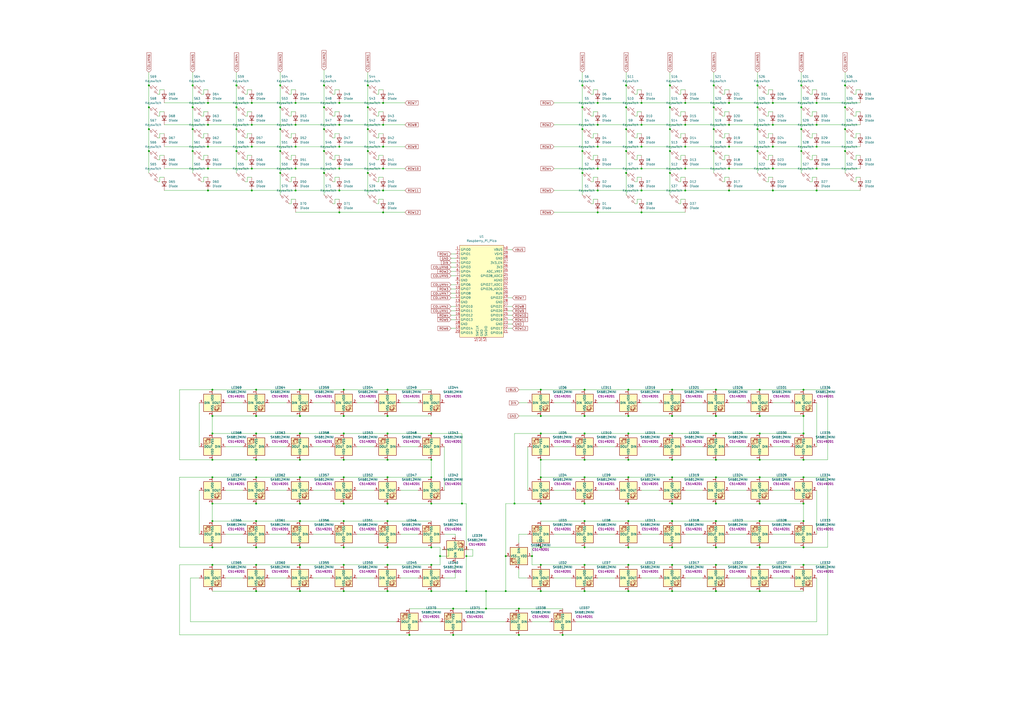
<source format=kicad_sch>
(kicad_sch (version 20231120) (generator "eeschema") (generator_version "8.0")
  (paper "A2")
  (title_block (title "ACS71") (date "2024-11-06") (rev "2") (company "pibber / Pierre Broberg"))
  (lib_symbols
    (symbol "keeb:LED_SK6812MINI" (pin_names (offset 0.254))
      (property "Reference" "D" (at 2.032 5.588 0))
      (property "Value" "LED_SK6812MINI" (at 1.27 -5.715 0))
      (property "LCSC" "C5149201" (at 0 0 0))
      (symbol "LED_SK6812MINI_0_0"
        (text "RGB" (at 2.286 -4.191 0) (effects (font (size 0.762 0.762))))
      )
      (symbol "LED_SK6812MINI_1_1"
        (pin power_in line (at 0 7.62 270) (length 2.54) (name "VDD") (number "1"))
        (pin output line (at 7.62 0 180) (length 2.54) (name "DOUT") (number "2"))
        (pin power_in line (at 0 -7.62 90) (length 2.54) (name "VSS") (number "3"))
        (pin input line (at -7.62 0 0) (length 2.54) (name "DIN") (number "4"))
      )
    )
    (symbol "keeb:MCU_Raspberry_Pi_Pico"
      (property "Reference" "U" (at 0 0 0))
      (property "Value" "Raspberry_Pi_Pico" (at 0 27.94 0))
      (symbol "MCU_Raspberry_Pi_Pico_1_1"
        (pin bidirectional line (at -15.24 24.13 0) (length 2.54) (name "GPIO0") (number "1"))
        (pin bidirectional line (at -15.24 1.27 0) (length 2.54) (name "GPIO7") (number "10"))
        (pin bidirectional line (at -15.24 -1.27 0) (length 2.54) (name "GPIO8") (number "11"))
        (pin bidirectional line (at -15.24 -3.81 0) (length 2.54) (name "GPIO9") (number "12"))
        (pin power_in line (at -15.24 -6.35 0) (length 2.54) (name "GND") (number "13"))
        (pin bidirectional line (at -15.24 -8.89 0) (length 2.54) (name "GPIO10") (number "14"))
        (pin bidirectional line (at -15.24 -11.43 0) (length 2.54) (name "GPIO11") (number "15"))
        (pin bidirectional line (at -15.24 -13.97 0) (length 2.54) (name "GPIO12") (number "16"))
        (pin bidirectional line (at -15.24 -16.51 0) (length 2.54) (name "GPIO13") (number "17"))
        (pin power_in line (at -15.24 -19.05 0) (length 2.54) (name "GND") (number "18"))
        (pin bidirectional line (at -15.24 -21.59 0) (length 2.54) (name "GPIO14") (number "19"))
        (pin bidirectional line (at -15.24 21.59 0) (length 2.54) (name "GPIO1") (number "2"))
        (pin bidirectional line (at -15.24 -24.13 0) (length 2.54) (name "GPIO15") (number "20"))
        (pin bidirectional line (at 15.24 -24.13 180) (length 2.54) (name "GPIO16") (number "21"))
        (pin bidirectional line (at 15.24 -21.59 180) (length 2.54) (name "GPIO17") (number "22"))
        (pin power_in line (at 15.24 -19.05 180) (length 2.54) (name "GND") (number "23"))
        (pin bidirectional line (at 15.24 -16.51 180) (length 2.54) (name "GPIO18") (number "24"))
        (pin bidirectional line (at 15.24 -13.97 180) (length 2.54) (name "GPIO19") (number "25"))
        (pin bidirectional line (at 15.24 -11.43 180) (length 2.54) (name "GPIO20") (number "26"))
        (pin bidirectional line (at 15.24 -8.89 180) (length 2.54) (name "GPIO21") (number "27"))
        (pin power_in line (at 15.24 -6.35 180) (length 2.54) (name "GND") (number "28"))
        (pin bidirectional line (at 15.24 -3.81 180) (length 2.54) (name "GPIO22") (number "29"))
        (pin power_in line (at -15.24 19.05 0) (length 2.54) (name "GND") (number "3"))
        (pin input line (at 15.24 -1.27 180) (length 2.54) (name "RUN") (number "30"))
        (pin bidirectional line (at 15.24 1.27 180) (length 2.54) (name "GPIO26_ADC0") (number "31"))
        (pin bidirectional line (at 15.24 3.81 180) (length 2.54) (name "GPIO27_ADC1") (number "32"))
        (pin power_in line (at 15.24 6.35 180) (length 2.54) (name "AGND") (number "33"))
        (pin bidirectional line (at 15.24 8.89 180) (length 2.54) (name "GPIO28_ADC2") (number "34"))
        (pin power_in line (at 15.24 11.43 180) (length 2.54) (name "ADC_VREF") (number "35"))
        (pin power_in line (at 15.24 13.97 180) (length 2.54) (name "3V3") (number "36"))
        (pin input line (at 15.24 16.51 180) (length 2.54) (name "3V3_EN") (number "37"))
        (pin bidirectional line (at 15.24 19.05 180) (length 2.54) (name "GND") (number "38"))
        (pin power_in line (at 15.24 21.59 180) (length 2.54) (name "VSYS") (number "39"))
        (pin bidirectional line (at -15.24 16.51 0) (length 2.54) (name "GPIO2") (number "4"))
        (pin power_in line (at 15.24 24.13 180) (length 2.54) (name "VBUS") (number "40"))
        (pin input line (at -2.54 -29.21 90) (length 2.54) (name "SWCLK") (number "41"))
        (pin power_in line (at 0 -29.21 90) (length 2.54) (name "GND") (number "42"))
        (pin bidirectional line (at 2.54 -29.21 90) (length 2.54) (name "SWDIO") (number "43"))
        (pin bidirectional line (at -15.24 13.97 0) (length 2.54) (name "GPIO3") (number "5"))
        (pin bidirectional line (at -15.24 11.43 0) (length 2.54) (name "GPIO4") (number "6"))
        (pin bidirectional line (at -15.24 8.89 0) (length 2.54) (name "GPIO5") (number "7"))
        (pin power_in line (at -15.24 6.35 0) (length 2.54) (name "GND") (number "8"))
        (pin bidirectional line (at -15.24 3.81 0) (length 2.54) (name "GPIO6") (number "9"))
      )
    )
    (symbol "keeb:Placeholder_Diode" (pin_numbers hide) (pin_names hide)
      (property "Reference" "D" (at 0 2.54 0))
      (property "Value" "Diode" (at 0 -2.54 0))
      (symbol "Placeholder_Diode_1_1"
        (pin passive line (at -3.81 0 0) (length 2.54) (name "K") (number "1"))
        (pin passive line (at 3.81 0 180) (length 2.54) (name "A") (number "2"))
      )
    )
    (symbol "keeb:Placeholder_Keyswitch" (pin_numbers hide) (pin_names (offset 1.016) hide)
      (property "Reference" "S" (at 3.048 1.016 0))
      (property "Value" "Keyswitch" (at 0 -3.81 0))
      (symbol "Placeholder_Keyswitch_0_1"
        (pin passive line (at -2.54 2.54 0) (length 0) (name "1") (number "1"))
        (pin passive line (at 2.54 -2.54 180) (length 0) (name "2") (number "2"))
      )
    )
  )
  (junction (at 372.11 59.69))
  (junction (at 448.31 72.39))
  (junction (at 196.85 110.49))
  (junction (at 466.09 302.26))
  (junction (at 440.69 226.06))
  (junction (at 389.89 317.5))
  (junction (at 111.76 74.93))
  (junction (at 148.59 302.26))
  (junction (at 196.85 72.39))
  (junction (at 440.69 276.86))
  (junction (at 313.69 266.7))
  (junction (at 473.71 97.79))
  (junction (at 448.31 59.69))
  (junction (at 388.62 49.53))
  (junction (at 337.82 49.53))
  (junction (at 199.39 327.66))
  (junction (at 123.19 292.1))
  (junction (at 422.91 110.49))
  (junction (at 439.42 87.63))
  (junction (at 281.94 342.9))
  (junction (at 439.42 49.53))
  (junction (at 224.79 251.46))
  (junction (at 448.31 85.09))
  (junction (at 490.22 62.23))
  (junction (at 196.85 123.19))
  (junction (at 415.29 317.5))
  (junction (at 397.51 97.79))
  (junction (at 199.39 317.5))
  (junction (at 222.25 123.19))
  (junction (at 372.11 72.39))
  (junction (at 298.45 292.1))
  (junction (at 440.69 327.66))
  (junction (at 237.49 368.3))
  (junction (at 415.29 276.86))
  (junction (at 464.82 49.53))
  (junction (at 293.37 322.58))
  (junction (at 199.39 342.9))
  (junction (at 213.36 49.53))
  (junction (at 123.19 302.26))
  (junction (at 148.59 251.46))
  (junction (at 473.71 59.69))
  (junction (at 346.71 110.49))
  (junction (at 337.82 62.23))
  (junction (at 173.99 226.06))
  (junction (at 162.56 62.23))
  (junction (at 146.05 110.49))
  (junction (at 171.45 110.49))
  (junction (at 490.22 49.53))
  (junction (at 364.49 266.7))
  (junction (at 111.76 87.63))
  (junction (at 422.91 59.69))
  (junction (at 363.22 49.53))
  (junction (at 196.85 59.69))
  (junction (at 171.45 97.79))
  (junction (at 148.59 292.1))
  (junction (at 440.69 251.46))
  (junction (at 389.89 276.86))
  (junction (at 346.71 59.69))
  (junction (at 250.19 251.46))
  (junction (at 224.79 327.66))
  (junction (at 388.62 74.93))
  (junction (at 137.16 74.93))
  (junction (at 339.09 292.1))
  (junction (at 473.71 110.49))
  (junction (at 111.76 49.53))
  (junction (at 388.62 100.33))
  (junction (at 199.39 302.26))
  (junction (at 397.51 85.09))
  (junction (at 224.79 276.86))
  (junction (at 490.22 87.63))
  (junction (at 187.96 49.53))
  (junction (at 199.39 241.3))
  (junction (at 146.05 72.39))
  (junction (at 313.69 327.66))
  (junction (at 466.09 226.06))
  (junction (at 171.45 85.09))
  (junction (at 86.36 49.53))
  (junction (at 448.31 97.79))
  (junction (at 187.96 74.93))
  (junction (at 196.85 85.09))
  (junction (at 267.97 292.1))
  (junction (at 339.09 251.46))
  (junction (at 173.99 251.46))
  (junction (at 440.69 292.1))
  (junction (at 339.09 317.5))
  (junction (at 466.09 241.3))
  (junction (at 123.19 251.46))
  (junction (at 363.22 62.23))
  (junction (at 313.69 276.86))
  (junction (at 173.99 302.26))
  (junction (at 440.69 342.9))
  (junction (at 422.91 85.09))
  (junction (at 389.89 251.46))
  (junction (at 123.19 266.7))
  (junction (at 346.71 72.39))
  (junction (at 364.49 276.86))
  (junction (at 397.51 59.69))
  (junction (at 364.49 292.1))
  (junction (at 364.49 317.5))
  (junction (at 137.16 49.53))
  (junction (at 250.19 292.1))
  (junction (at 415.29 342.9))
  (junction (at 313.69 241.3))
  (junction (at 148.59 327.66))
  (junction (at 389.89 302.26))
  (junction (at 270.51 322.58))
  (junction (at 339.09 241.3))
  (junction (at 439.42 74.93))
  (junction (at 250.19 317.5))
  (junction (at 363.22 100.33))
  (junction (at 389.89 226.06))
  (junction (at 162.56 87.63))
  (junction (at 466.09 327.66))
  (junction (at 364.49 251.46))
  (junction (at 339.09 266.7))
  (junction (at 162.56 74.93))
  (junction (at 339.09 276.86))
  (junction (at 313.69 342.9))
  (junction (at 397.51 72.39))
  (junction (at 389.89 266.7))
  (junction (at 199.39 276.86))
  (junction (at 372.11 85.09))
  (junction (at 224.79 302.26))
  (junction (at 339.09 342.9))
  (junction (at 326.39 368.3))
  (junction (at 199.39 226.06))
  (junction (at 466.09 266.7))
  (junction (at 363.22 87.63))
  (junction (at 224.79 342.9))
  (junction (at 313.69 317.5))
  (junction (at 262.89 353.06))
  (junction (at 199.39 266.7))
  (junction (at 473.71 85.09))
  (junction (at 339.09 226.06))
  (junction (at 473.71 72.39))
  (junction (at 120.65 110.49))
  (junction (at 173.99 276.86))
  (junction (at 281.94 353.06))
  (junction (at 213.36 100.33))
  (junction (at 222.25 97.79))
  (junction (at 224.79 226.06))
  (junction (at 187.96 87.63))
  (junction (at 224.79 266.7))
  (junction (at 86.36 87.63))
  (junction (at 388.62 62.23))
  (junction (at 415.29 251.46))
  (junction (at 346.71 123.19))
  (junction (at 250.19 342.9))
  (junction (at 199.39 251.46))
  (junction (at 308.61 322.58))
  (junction (at 293.37 342.9))
  (junction (at 213.36 74.93))
  (junction (at 173.99 342.9))
  (junction (at 346.71 85.09))
  (junction (at 415.29 292.1))
  (junction (at 173.99 327.66))
  (junction (at 120.65 85.09))
  (junction (at 414.02 87.63))
  (junction (at 137.16 62.23))
  (junction (at 440.69 317.5))
  (junction (at 466.09 276.86))
  (junction (at 466.09 317.5))
  (junction (at 148.59 266.7))
  (junction (at 123.19 317.5))
  (junction (at 389.89 342.9))
  (junction (at 364.49 226.06))
  (junction (at 440.69 302.26))
  (junction (at 389.89 292.1))
  (junction (at 440.69 241.3))
  (junction (at 414.02 74.93))
  (junction (at 224.79 292.1))
  (junction (at 123.19 226.06))
  (junction (at 86.36 74.93))
  (junction (at 162.56 100.33))
  (junction (at 337.82 74.93))
  (junction (at 86.36 62.23))
  (junction (at 187.96 100.33))
  (junction (at 439.42 62.23))
  (junction (at 364.49 302.26))
  (junction (at 173.99 292.1))
  (junction (at 222.25 85.09))
  (junction (at 148.59 342.9))
  (junction (at 250.19 266.7))
  (junction (at 148.59 226.06))
  (junction (at 222.25 72.39))
  (junction (at 448.31 110.49))
  (junction (at 440.69 266.7))
  (junction (at 389.89 327.66))
  (junction (at 415.29 327.66))
  (junction (at 120.65 97.79))
  (junction (at 222.25 59.69))
  (junction (at 372.11 97.79))
  (junction (at 415.29 226.06))
  (junction (at 363.22 74.93))
  (junction (at 255.27 322.58))
  (junction (at 466.09 251.46))
  (junction (at 364.49 327.66))
  (junction (at 171.45 72.39))
  (junction (at 422.91 97.79))
  (junction (at 199.39 292.1))
  (junction (at 146.05 59.69))
  (junction (at 148.59 241.3))
  (junction (at 339.09 327.66))
  (junction (at 414.02 49.53))
  (junction (at 422.91 72.39))
  (junction (at 346.71 97.79))
  (junction (at 213.36 87.63))
  (junction (at 364.49 342.9))
  (junction (at 213.36 62.23))
  (junction (at 173.99 317.5))
  (junction (at 414.02 62.23))
  (junction (at 224.79 317.5))
  (junction (at 372.11 123.19))
  (junction (at 313.69 251.46))
  (junction (at 222.25 110.49))
  (junction (at 415.29 302.26))
  (junction (at 415.29 241.3))
  (junction (at 123.19 276.86))
  (junction (at 397.51 110.49))
  (junction (at 388.62 87.63))
  (junction (at 337.82 100.33))
  (junction (at 313.69 292.1))
  (junction (at 490.22 74.93))
  (junction (at 313.69 226.06))
  (junction (at 300.99 353.06))
  (junction (at 137.16 87.63))
  (junction (at 146.05 85.09))
  (junction (at 464.82 74.93))
  (junction (at 250.19 276.86))
  (junction (at 339.09 302.26))
  (junction (at 262.89 368.3))
  (junction (at 148.59 317.5))
  (junction (at 389.89 241.3))
  (junction (at 196.85 97.79))
  (junction (at 464.82 87.63))
  (junction (at 300.99 368.3))
  (junction (at 123.19 327.66))
  (junction (at 187.96 62.23))
  (junction (at 120.65 72.39))
  (junction (at 250.19 327.66))
  (junction (at 224.79 241.3))
  (junction (at 148.59 276.86))
  (junction (at 364.49 241.3))
  (junction (at 123.19 241.3))
  (junction (at 337.82 87.63))
  (junction (at 120.65 59.69))
  (junction (at 173.99 266.7))
  (junction (at 270.51 342.9))
  (junction (at 146.05 97.79))
  (junction (at 173.99 241.3))
  (junction (at 171.45 59.69))
  (junction (at 111.76 62.23))
  (junction (at 464.82 62.23))
  (junction (at 372.11 110.49))
  (junction (at 466.09 292.1))
  (junction (at 162.56 49.53))
  (junction (at 415.29 266.7))
  (wire (pts (xy 123.19 302.26) (xy 148.59 302.26)))
  (wire (pts (xy 148.59 266.7) (xy 173.99 266.7)))
  (wire (pts (xy 364.49 292.1) (xy 389.89 292.1)))
  (wire (pts (xy 389.89 292.1) (xy 415.29 292.1)))
  (wire (pts (xy 440.69 226.06) (xy 466.09 226.06)))
  (wire (pts (xy 394.97 64.77) (xy 397.51 64.77)))
  (wire (pts (xy 420.37 92.71) (xy 420.37 90.17)))
  (wire (pts (xy 199.39 342.9) (xy 224.79 342.9)))
  (wire (pts (xy 261.62 152.4) (xy 264.16 152.4)))
  (wire (pts (xy 148.59 241.3) (xy 173.99 241.3)))
  (wire (pts (xy 344.17 102.87) (xy 346.71 102.87)))
  (wire (pts (xy 394.97 67.31) (xy 394.97 64.77)))
  (wire (pts (xy 344.17 52.07) (xy 346.71 52.07)))
  (wire (pts (xy 92.71 52.07) (xy 95.25 52.07)))
  (wire (pts (xy 369.57 105.41) (xy 369.57 102.87)))
  (wire (pts (xy 496.57 64.77) (xy 499.11 64.77)))
  (wire (pts (xy 394.97 102.87) (xy 397.51 102.87)))
  (wire (pts (xy 469.9 92.71) (xy 471.17 92.71)))
  (wire (pts (xy 167.64 92.71) (xy 168.91 92.71)))
  (wire (pts (xy 194.31 90.17) (xy 196.85 90.17)))
  (wire (pts (xy 448.31 309.88) (xy 458.47 309.88)))
  (wire (pts (xy 445.77 90.17) (xy 448.31 90.17)))
  (wire (pts (xy 199.39 266.7) (xy 224.79 266.7)))
  (wire (pts (xy 137.16 62.23) (xy 137.16 74.93)))
  (wire (pts (xy 199.39 226.06) (xy 224.79 226.06)))
  (wire (pts (xy 218.44 54.61) (xy 219.71 54.61)))
  (wire (pts (xy 496.57 52.07) (xy 499.11 52.07)))
  (wire (pts (xy 92.71 77.47) (xy 95.25 77.47)))
  (wire (pts (xy 344.17 118.11) (xy 344.17 115.57)))
  (wire (pts (xy 444.5 80.01) (xy 445.77 80.01)))
  (wire (pts (xy 270.51 342.9) (xy 250.19 342.9)))
  (wire (pts (xy 440.69 276.86) (xy 415.29 276.86)))
  (wire (pts (xy 222.25 85.09) (xy 234.95 85.09)))
  (wire (pts (xy 372.11 309.88) (xy 382.27 309.88)))
  (wire (pts (xy 388.62 49.53) (xy 388.62 62.23)))
  (wire (pts (xy 120.65 97.79) (xy 146.05 97.79)))
  (wire (pts (xy 415.29 342.9) (xy 440.69 342.9)))
  (wire (pts (xy 168.91 115.57) (xy 171.45 115.57)))
  (wire (pts (xy 300.99 368.3) (xy 326.39 368.3)))
  (wire (pts (xy 148.59 292.1) (xy 173.99 292.1)))
  (wire (pts (xy 86.36 87.63) (xy 86.36 100.33)))
  (wire (pts (xy 445.77 77.47) (xy 448.31 77.47)))
  (wire (pts (xy 298.45 251.46) (xy 298.45 292.1)))
  (wire (pts (xy 344.17 64.77) (xy 346.71 64.77)))
  (wire (pts (xy 372.11 259.08) (xy 382.27 259.08)))
  (wire (pts (xy 118.11 52.07) (xy 120.65 52.07)))
  (wire (pts (xy 162.56 41.91) (xy 162.56 49.53)))
  (wire (pts (xy 162.56 87.63) (xy 162.56 100.33)))
  (wire (pts (xy 143.51 67.31) (xy 143.51 64.77)))
  (wire (pts (xy 344.17 115.57) (xy 346.71 115.57)))
  (wire (pts (xy 123.19 266.7) (xy 148.59 266.7)))
  (wire (pts (xy 224.79 342.9) (xy 250.19 342.9)))
  (wire (pts (xy 364.49 327.66) (xy 389.89 327.66)))
  (wire (pts (xy 267.97 251.46) (xy 267.97 292.1)))
  (wire (pts (xy 444.5 67.31) (xy 445.77 67.31)))
  (wire (pts (xy 415.29 276.86) (xy 389.89 276.86)))
  (wire (pts (xy 264.16 311.15) (xy 264.16 309.88)))
  (wire (pts (xy 313.69 241.3) (xy 339.09 241.3)))
  (wire (pts (xy 389.89 302.26) (xy 415.29 302.26)))
  (wire (pts (xy 422.91 97.79) (xy 448.31 97.79)))
  (wire (pts (xy 448.31 59.69) (xy 473.71 59.69)))
  (wire (pts (xy 294.64 172.72) (xy 297.18 172.72)))
  (wire (pts (xy 440.69 266.7) (xy 466.09 266.7)))
  (wire (pts (xy 218.44 67.31) (xy 219.71 67.31)))
  (wire (pts (xy 321.31 309.88) (xy 331.47 309.88)))
  (wire (pts (xy 346.71 233.68) (xy 356.87 233.68)))
  (wire (pts (xy 116.84 67.31) (xy 118.11 67.31)))
  (wire (pts (xy 222.25 97.79) (xy 234.95 97.79)))
  (wire (pts (xy 111.76 41.91) (xy 111.76 49.53)))
  (wire (pts (xy 110.49 360.68) (xy 110.49 335.28)))
  (wire (pts (xy 471.17 105.41) (xy 471.17 102.87)))
  (wire (pts (xy 300.99 353.06) (xy 326.39 353.06)))
  (wire (pts (xy 308.61 360.68) (xy 318.77 360.68)))
  (wire (pts (xy 300.99 330.2) (xy 300.99 335.28)))
  (wire (pts (xy 337.82 87.63) (xy 337.82 100.33)))
  (wire (pts (xy 321.31 59.69) (xy 346.71 59.69)))
  (wire (pts (xy 490.22 49.53) (xy 490.22 62.23)))
  (wire (pts (xy 173.99 276.86) (xy 199.39 276.86)))
  (wire (pts (xy 346.71 110.49) (xy 372.11 110.49)))
  (wire (pts (xy 193.04 80.01) (xy 194.31 80.01)))
  (wire (pts (xy 293.37 292.1) (xy 298.45 292.1)))
  (wire (pts (xy 261.62 172.72) (xy 264.16 172.72)))
  (wire (pts (xy 414.02 49.53) (xy 414.02 62.23)))
  (wire (pts (xy 137.16 87.63) (xy 137.16 100.33)))
  (wire (pts (xy 111.76 49.53) (xy 111.76 62.23)))
  (wire (pts (xy 120.65 59.69) (xy 146.05 59.69)))
  (wire (pts (xy 344.17 54.61) (xy 344.17 52.07)))
  (wire (pts (xy 342.9 80.01) (xy 344.17 80.01)))
  (wire (pts (xy 86.36 74.93) (xy 86.36 87.63)))
  (wire (pts (xy 388.62 87.63) (xy 388.62 100.33)))
  (wire (pts (xy 445.77 105.41) (xy 445.77 102.87)))
  (wire (pts (xy 92.71 80.01) (xy 92.71 77.47)))
  (wire (pts (xy 213.36 100.33) (xy 213.36 113.03)))
  (wire (pts (xy 92.71 64.77) (xy 95.25 64.77)))
  (wire (pts (xy 471.17 92.71) (xy 471.17 90.17)))
  (wire (pts (xy 168.91 92.71) (xy 168.91 90.17)))
  (wire (pts (xy 321.31 335.28) (xy 331.47 335.28)))
  (wire (pts (xy 471.17 90.17) (xy 473.71 90.17)))
  (wire (pts (xy 471.17 54.61) (xy 471.17 52.07)))
  (wire (pts (xy 104.14 317.5) (xy 104.14 276.86)))
  (wire (pts (xy 118.11 105.41) (xy 118.11 102.87)))
  (wire (pts (xy 346.71 97.79) (xy 372.11 97.79)))
  (wire (pts (xy 91.44 105.41) (xy 92.71 105.41)))
  (wire (pts (xy 123.19 317.5) (xy 104.14 317.5)))
  (wire (pts (xy 364.49 276.86) (xy 339.09 276.86)))
  (wire (pts (xy 194.31 67.31) (xy 194.31 64.77)))
  (wire (pts (xy 363.22 74.93) (xy 363.22 87.63)))
  (wire (pts (xy 496.57 102.87) (xy 499.11 102.87)))
  (wire (pts (xy 346.71 335.28) (xy 356.87 335.28)))
  (wire (pts (xy 224.79 241.3) (xy 250.19 241.3)))
  (wire (pts (xy 123.19 342.9) (xy 148.59 342.9)))
  (wire (pts (xy 130.81 335.28) (xy 140.97 335.28)))
  (wire (pts (xy 393.7 105.41) (xy 394.97 105.41)))
  (wire (pts (xy 196.85 72.39) (xy 222.25 72.39)))
  (wire (pts (xy 86.36 41.91) (xy 86.36 49.53)))
  (wire (pts (xy 281.94 342.9) (xy 293.37 342.9)))
  (wire (pts (xy 168.91 67.31) (xy 168.91 64.77)))
  (wire (pts (xy 224.79 317.5) (xy 250.19 317.5)))
  (wire (pts (xy 264.16 309.88) (xy 257.81 309.88)))
  (wire (pts (xy 344.17 105.41) (xy 344.17 102.87)))
  (wire (pts (xy 439.42 87.63) (xy 439.42 100.33)))
  (wire (pts (xy 496.57 77.47) (xy 499.11 77.47)))
  (wire (pts (xy 388.62 74.93) (xy 388.62 87.63)))
  (wire (pts (xy 439.42 62.23) (xy 439.42 74.93)))
  (wire (pts (xy 415.29 251.46) (xy 440.69 251.46)))
  (wire (pts (xy 111.76 62.23) (xy 111.76 74.93)))
  (wire (pts (xy 394.97 77.47) (xy 397.51 77.47)))
  (wire (pts (xy 394.97 54.61) (xy 394.97 52.07)))
  (wire (pts (xy 194.31 102.87) (xy 196.85 102.87)))
  (wire (pts (xy 471.17 67.31) (xy 471.17 64.77)))
  (wire (pts (xy 146.05 110.49) (xy 171.45 110.49)))
  (wire (pts (xy 123.19 251.46) (xy 148.59 251.46)))
  (wire (pts (xy 173.99 226.06) (xy 199.39 226.06)))
  (wire (pts (xy 473.71 110.49) (xy 499.11 110.49)))
  (wire (pts (xy 187.96 62.23) (xy 187.96 74.93)))
  (wire (pts (xy 181.61 284.48) (xy 191.77 284.48)))
  (wire (pts (xy 207.01 335.28) (xy 217.17 335.28)))
  (wire (pts (xy 168.91 118.11) (xy 168.91 115.57)))
  (wire (pts (xy 261.62 170.18) (xy 264.16 170.18)))
  (wire (pts (xy 420.37 64.77) (xy 422.91 64.77)))
  (wire (pts (xy 218.44 118.11) (xy 219.71 118.11)))
  (wire (pts (xy 321.31 85.09) (xy 346.71 85.09)))
  (wire (pts (xy 445.77 64.77) (xy 448.31 64.77)))
  (wire (pts (xy 480.06 276.86) (xy 466.09 276.86)))
  (wire (pts (xy 469.9 54.61) (xy 471.17 54.61)))
  (wire (pts (xy 123.19 327.66) (xy 148.59 327.66)))
  (wire (pts (xy 369.57 52.07) (xy 372.11 52.07)))
  (wire (pts (xy 173.99 302.26) (xy 199.39 302.26)))
  (wire (pts (xy 393.7 80.01) (xy 394.97 80.01)))
  (wire (pts (xy 224.79 276.86) (xy 250.19 276.86)))
  (wire (pts (xy 471.17 77.47) (xy 473.71 77.47)))
  (wire (pts (xy 397.51 259.08) (xy 407.67 259.08)))
  (wire (pts (xy 364.49 251.46) (xy 389.89 251.46)))
  (wire (pts (xy 342.9 67.31) (xy 344.17 67.31)))
  (wire (pts (xy 414.02 74.93) (xy 414.02 87.63)))
  (wire (pts (xy 321.31 233.68) (xy 331.47 233.68)))
  (wire (pts (xy 229.87 360.68) (xy 110.49 360.68)))
  (wire (pts (xy 123.19 241.3) (xy 123.19 251.46)))
  (wire (pts (xy 162.56 74.93) (xy 162.56 87.63)))
  (wire (pts (xy 148.59 276.86) (xy 173.99 276.86)))
  (wire (pts (xy 95.25 72.39) (xy 120.65 72.39)))
  (wire (pts (xy 199.39 327.66) (xy 224.79 327.66)))
  (wire (pts (xy 173.99 342.9) (xy 199.39 342.9)))
  (wire (pts (xy 181.61 233.68) (xy 191.77 233.68)))
  (wire (pts (xy 250.19 327.66) (xy 255.27 327.66)))
  (wire (pts (xy 143.51 102.87) (xy 146.05 102.87)))
  (wire (pts (xy 168.91 77.47) (xy 171.45 77.47)))
  (wire (pts (xy 194.31 92.71) (xy 194.31 90.17)))
  (wire (pts (xy 250.19 266.7) (xy 250.19 276.86)))
  (wire (pts (xy 245.11 360.68) (xy 255.27 360.68)))
  (wire (pts (xy 368.3 92.71) (xy 369.57 92.71)))
  (wire (pts (xy 321.31 123.19) (xy 346.71 123.19)))
  (wire (pts (xy 321.31 97.79) (xy 346.71 97.79)))
  (wire (pts (xy 86.36 49.53) (xy 86.36 62.23)))
  (wire (pts (xy 422.91 309.88) (xy 433.07 309.88)))
  (wire (pts (xy 232.41 309.88) (xy 242.57 309.88)))
  (wire (pts (xy 321.31 110.49) (xy 346.71 110.49)))
  (wire (pts (xy 181.61 259.08) (xy 191.77 259.08)))
  (wire (pts (xy 193.04 54.61) (xy 194.31 54.61)))
  (wire (pts (xy 448.31 335.28) (xy 458.47 335.28)))
  (wire (pts (xy 448.31 284.48) (xy 458.47 284.48)))
  (wire (pts (xy 346.71 59.69) (xy 372.11 59.69)))
  (wire (pts (xy 232.41 233.68) (xy 242.57 233.68)))
  (wire (pts (xy 250.19 251.46) (xy 267.97 251.46)))
  (wire (pts (xy 213.36 41.91) (xy 213.36 49.53)))
  (wire (pts (xy 339.09 226.06) (xy 364.49 226.06)))
  (wire (pts (xy 111.76 74.93) (xy 111.76 87.63)))
  (wire (pts (xy 255.27 317.5) (xy 250.19 317.5)))
  (wire (pts (xy 394.97 80.01) (xy 394.97 77.47)))
  (wire (pts (xy 193.04 105.41) (xy 194.31 105.41)))
  (wire (pts (xy 440.69 327.66) (xy 466.09 327.66)))
  (wire (pts (xy 143.51 105.41) (xy 143.51 102.87)))
  (wire (pts (xy 115.57 233.68) (xy 115.57 259.08)))
  (wire (pts (xy 130.81 284.48) (xy 140.97 284.48)))
  (wire (pts (xy 137.16 49.53) (xy 137.16 62.23)))
  (wire (pts (xy 92.71 92.71) (xy 92.71 90.17)))
  (wire (pts (xy 123.19 317.5) (xy 148.59 317.5)))
  (wire (pts (xy 171.45 72.39) (xy 196.85 72.39)))
  (wire (pts (xy 473.71 85.09) (xy 499.11 85.09)))
  (wire (pts (xy 496.57 92.71) (xy 496.57 90.17)))
  (wire (pts (xy 321.31 284.48) (xy 331.47 284.48)))
  (wire (pts (xy 143.51 52.07) (xy 146.05 52.07)))
  (wire (pts (xy 111.76 87.63) (xy 111.76 100.33)))
  (wire (pts (xy 104.14 226.06) (xy 123.19 226.06)))
  (wire (pts (xy 344.17 67.31) (xy 344.17 64.77)))
  (wire (pts (xy 118.11 92.71) (xy 118.11 90.17)))
  (wire (pts (xy 219.71 64.77) (xy 222.25 64.77)))
  (wire (pts (xy 130.81 259.08) (xy 140.97 259.08)))
  (wire (pts (xy 339.09 317.5) (xy 364.49 317.5)))
  (wire (pts (xy 448.31 110.49) (xy 473.71 110.49)))
  (wire (pts (xy 444.5 92.71) (xy 445.77 92.71)))
  (wire (pts (xy 389.89 226.06) (xy 415.29 226.06)))
  (wire (pts (xy 397.51 85.09) (xy 422.91 85.09)))
  (wire (pts (xy 193.04 92.71) (xy 194.31 92.71)))
  (wire (pts (xy 143.51 90.17) (xy 146.05 90.17)))
  (wire (pts (xy 337.82 74.93) (xy 337.82 87.63)))
  (wire (pts (xy 342.9 54.61) (xy 344.17 54.61)))
  (wire (pts (xy 346.71 259.08) (xy 356.87 259.08)))
  (wire (pts (xy 464.82 49.53) (xy 464.82 62.23)))
  (wire (pts (xy 313.69 302.26) (xy 339.09 302.26)))
  (wire (pts (xy 104.14 276.86) (xy 123.19 276.86)))
  (wire (pts (xy 415.29 241.3) (xy 440.69 241.3)))
  (wire (pts (xy 274.32 322.58) (xy 270.51 322.58)))
  (wire (pts (xy 394.97 52.07) (xy 397.51 52.07)))
  (wire (pts (xy 420.37 54.61) (xy 420.37 52.07)))
  (wire (pts (xy 232.41 335.28) (xy 242.57 335.28)))
  (wire (pts (xy 372.11 85.09) (xy 397.51 85.09)))
  (wire (pts (xy 194.31 80.01) (xy 194.31 77.47)))
  (wire (pts (xy 148.59 302.26) (xy 173.99 302.26)))
  (wire (pts (xy 394.97 90.17) (xy 397.51 90.17)))
  (wire (pts (xy 473.71 335.28) (xy 473.71 360.68)))
  (wire (pts (xy 308.61 327.66) (xy 313.69 327.66)))
  (wire (pts (xy 440.69 317.5) (xy 466.09 317.5)))
  (wire (pts (xy 372.11 233.68) (xy 382.27 233.68)))
  (wire (pts (xy 91.44 80.01) (xy 92.71 80.01)))
  (wire (pts (xy 397.51 72.39) (xy 422.91 72.39)))
  (wire (pts (xy 260.35 318.77) (xy 260.35 322.58)))
  (wire (pts (xy 469.9 67.31) (xy 471.17 67.31)))
  (wire (pts (xy 142.24 80.01) (xy 143.51 80.01)))
  (wire (pts (xy 308.61 322.58) (xy 308.61 327.66)))
  (wire (pts (xy 118.11 80.01) (xy 118.11 77.47)))
  (wire (pts (xy 397.51 284.48) (xy 407.67 284.48)))
  (wire (pts (xy 469.9 105.41) (xy 471.17 105.41)))
  (wire (pts (xy 222.25 59.69) (xy 234.95 59.69)))
  (wire (pts (xy 300.99 335.28) (xy 306.07 335.28)))
  (wire (pts (xy 464.82 41.91) (xy 464.82 49.53)))
  (wire (pts (xy 222.25 123.19) (xy 234.95 123.19)))
  (wire (pts (xy 293.37 322.58) (xy 293.37 292.1)))
  (wire (pts (xy 337.82 49.53) (xy 337.82 62.23)))
  (wire (pts (xy 168.91 105.41) (xy 168.91 102.87)))
  (wire (pts (xy 196.85 97.79) (xy 222.25 97.79)))
  (wire (pts (xy 422.91 110.49) (xy 448.31 110.49)))
  (wire (pts (xy 389.89 251.46) (xy 415.29 251.46)))
  (wire (pts (xy 445.77 92.71) (xy 445.77 90.17)))
  (wire (pts (xy 148.59 226.06) (xy 173.99 226.06)))
  (wire (pts (xy 389.89 276.86) (xy 364.49 276.86)))
  (wire (pts (xy 415.29 266.7) (xy 440.69 266.7)))
  (wire (pts (xy 116.84 80.01) (xy 118.11 80.01)))
  (wire (pts (xy 143.51 77.47) (xy 146.05 77.47)))
  (wire (pts (xy 92.71 67.31) (xy 92.71 64.77)))
  (wire (pts (xy 393.7 118.11) (xy 394.97 118.11)))
  (wire (pts (xy 199.39 292.1) (xy 224.79 292.1)))
  (wire (pts (xy 480.06 327.66) (xy 466.09 327.66)))
  (wire (pts (xy 339.09 241.3) (xy 364.49 241.3)))
  (wire (pts (xy 104.14 327.66) (xy 104.14 368.3)))
  (wire (pts (xy 342.9 118.11) (xy 344.17 118.11)))
  (wire (pts (xy 369.57 90.17) (xy 372.11 90.17)))
  (wire (pts (xy 342.9 105.41) (xy 344.17 105.41)))
  (wire (pts (xy 213.36 74.93) (xy 213.36 87.63)))
  (wire (pts (xy 420.37 90.17) (xy 422.91 90.17)))
  (wire (pts (xy 415.29 292.1) (xy 440.69 292.1)))
  (wire (pts (xy 294.64 182.88) (xy 297.18 182.88)))
  (wire (pts (xy 194.31 52.07) (xy 196.85 52.07)))
  (wire (pts (xy 448.31 72.39) (xy 473.71 72.39)))
  (wire (pts (xy 255.27 322.58) (xy 255.27 317.5)))
  (wire (pts (xy 115.57 284.48) (xy 115.57 309.88)))
  (wire (pts (xy 419.1 80.01) (xy 420.37 80.01)))
  (wire (pts (xy 168.91 64.77) (xy 171.45 64.77)))
  (wire (pts (xy 91.44 54.61) (xy 92.71 54.61)))
  (wire (pts (xy 199.39 276.86) (xy 224.79 276.86)))
  (wire (pts (xy 193.04 67.31) (xy 194.31 67.31)))
  (wire (pts (xy 213.36 87.63) (xy 213.36 100.33)))
  (wire (pts (xy 414.02 62.23) (xy 414.02 74.93)))
  (wire (pts (xy 393.7 92.71) (xy 394.97 92.71)))
  (wire (pts (xy 142.24 54.61) (xy 143.51 54.61)))
  (wire (pts (xy 372.11 59.69) (xy 397.51 59.69)))
  (wire (pts (xy 261.62 180.34) (xy 264.16 180.34)))
  (wire (pts (xy 104.14 368.3) (xy 237.49 368.3)))
  (wire (pts (xy 199.39 317.5) (xy 224.79 317.5)))
  (wire (pts (xy 313.69 266.7) (xy 313.69 276.86)))
  (wire (pts (xy 271.78 318.77) (xy 274.32 318.77)))
  (wire (pts (xy 448.31 259.08) (xy 458.47 259.08)))
  (wire (pts (xy 490.22 87.63) (xy 490.22 100.33)))
  (wire (pts (xy 346.71 85.09) (xy 372.11 85.09)))
  (wire (pts (xy 389.89 241.3) (xy 415.29 241.3)))
  (wire (pts (xy 363.22 62.23) (xy 363.22 74.93)))
  (wire (pts (xy 167.64 80.01) (xy 168.91 80.01)))
  (wire (pts (xy 496.57 80.01) (xy 496.57 77.47)))
  (wire (pts (xy 196.85 85.09) (xy 222.25 85.09)))
  (wire (pts (xy 369.57 118.11) (xy 369.57 115.57)))
  (wire (pts (xy 118.11 64.77) (xy 120.65 64.77)))
  (wire (pts (xy 473.71 97.79) (xy 499.11 97.79)))
  (wire (pts (xy 394.97 92.71) (xy 394.97 90.17)))
  (wire (pts (xy 196.85 59.69) (xy 222.25 59.69)))
  (wire (pts (xy 397.51 97.79) (xy 422.91 97.79)))
  (wire (pts (xy 167.64 105.41) (xy 168.91 105.41)))
  (wire (pts (xy 397.51 233.68) (xy 407.67 233.68)))
  (wire (pts (xy 300.99 233.68) (xy 306.07 233.68)))
  (wire (pts (xy 294.64 177.8) (xy 297.18 177.8)))
  (wire (pts (xy 143.51 80.01) (xy 143.51 77.47)))
  (wire (pts (xy 363.22 87.63) (xy 363.22 100.33)))
  (wire (pts (xy 123.19 292.1) (xy 123.19 302.26)))
  (wire (pts (xy 313.69 342.9) (xy 339.09 342.9)))
  (wire (pts (xy 274.32 318.77) (xy 274.32 322.58)))
  (wire (pts (xy 445.77 80.01) (xy 445.77 77.47)))
  (wire (pts (xy 490.22 74.93) (xy 490.22 87.63)))
  (wire (pts (xy 495.3 80.01) (xy 496.57 80.01)))
  (wire (pts (xy 187.96 74.93) (xy 187.96 87.63)))
  (wire (pts (xy 91.44 67.31) (xy 92.71 67.31)))
  (wire (pts (xy 293.37 342.9) (xy 313.69 342.9)))
  (wire (pts (xy 255.27 327.66) (xy 255.27 322.58)))
  (wire (pts (xy 368.3 80.01) (xy 369.57 80.01)))
  (wire (pts (xy 464.82 62.23) (xy 464.82 74.93)))
  (wire (pts (xy 219.71 67.31) (xy 219.71 64.77)))
  (wire (pts (xy 473.71 72.39) (xy 499.11 72.39)))
  (wire (pts (xy 473.71 284.48) (xy 473.71 309.88)))
  (wire (pts (xy 224.79 327.66) (xy 250.19 327.66)))
  (wire (pts (xy 156.21 335.28) (xy 166.37 335.28)))
  (wire (pts (xy 393.7 67.31) (xy 394.97 67.31)))
  (wire (pts (xy 471.17 64.77) (xy 473.71 64.77)))
  (wire (pts (xy 444.5 54.61) (xy 445.77 54.61)))
  (wire (pts (xy 394.97 118.11) (xy 394.97 115.57)))
  (wire (pts (xy 142.24 92.71) (xy 143.51 92.71)))
  (wire (pts (xy 422.91 85.09) (xy 448.31 85.09)))
  (wire (pts (xy 388.62 41.91) (xy 388.62 49.53)))
  (wire (pts (xy 219.71 77.47) (xy 222.25 77.47)))
  (wire (pts (xy 196.85 123.19) (xy 222.25 123.19)))
  (wire (pts (xy 321.31 72.39) (xy 346.71 72.39)))
  (wire (pts (xy 389.89 266.7) (xy 415.29 266.7)))
  (wire (pts (xy 313.69 251.46) (xy 339.09 251.46)))
  (wire (pts (xy 167.64 67.31) (xy 168.91 67.31)))
  (wire (pts (xy 219.71 54.61) (xy 219.71 52.07)))
  (wire (pts (xy 473.71 233.68) (xy 473.71 259.08)))
  (wire (pts (xy 199.39 241.3) (xy 224.79 241.3)))
  (wire (pts (xy 496.57 67.31) (xy 496.57 64.77)))
  (wire (pts (xy 363.22 100.33) (xy 363.22 113.03)))
  (wire (pts (xy 419.1 54.61) (xy 420.37 54.61)))
  (wire (pts (xy 218.44 105.41) (xy 219.71 105.41)))
  (wire (pts (xy 372.11 110.49) (xy 397.51 110.49)))
  (wire (pts (xy 199.39 251.46) (xy 224.79 251.46)))
  (wire (pts (xy 368.3 118.11) (xy 369.57 118.11)))
  (wire (pts (xy 171.45 110.49) (xy 196.85 110.49)))
  (wire (pts (xy 116.84 92.71) (xy 118.11 92.71)))
  (wire (pts (xy 270.51 322.58) (xy 270.51 292.1)))
  (wire (pts (xy 439.42 41.91) (xy 439.42 49.53)))
  (wire (pts (xy 321.31 259.08) (xy 331.47 259.08)))
  (wire (pts (xy 490.22 41.91) (xy 490.22 49.53)))
  (wire (pts (xy 162.56 62.23) (xy 162.56 74.93)))
  (wire (pts (xy 224.79 292.1) (xy 250.19 292.1)))
  (wire (pts (xy 146.05 72.39) (xy 171.45 72.39)))
  (wire (pts (xy 346.71 123.19) (xy 372.11 123.19)))
  (wire (pts (xy 389.89 342.9) (xy 415.29 342.9)))
  (wire (pts (xy 364.49 302.26) (xy 389.89 302.26)))
  (wire (pts (xy 173.99 241.3) (xy 199.39 241.3)))
  (wire (pts (xy 261.62 177.8) (xy 264.16 177.8)))
  (wire (pts (xy 193.04 118.11) (xy 194.31 118.11)))
  (wire (pts (xy 137.16 74.93) (xy 137.16 87.63)))
  (wire (pts (xy 261.62 157.48) (xy 264.16 157.48)))
  (wire (pts (xy 123.19 292.1) (xy 148.59 292.1)))
  (wire (pts (xy 237.49 368.3) (xy 262.89 368.3)))
  (wire (pts (xy 300.99 309.88) (xy 300.99 314.96)))
  (wire (pts (xy 419.1 67.31) (xy 420.37 67.31)))
  (wire (pts (xy 440.69 251.46) (xy 466.09 251.46)))
  (wire (pts (xy 256.54 318.77) (xy 260.35 318.77)))
  (wire (pts (xy 466.09 292.1) (xy 466.09 302.26)))
  (wire (pts (xy 369.57 54.61) (xy 369.57 52.07)))
  (wire (pts (xy 261.62 185.42) (xy 264.16 185.42)))
  (wire (pts (xy 298.45 292.1) (xy 313.69 292.1)))
  (wire (pts (xy 397.51 110.49) (xy 422.91 110.49)))
  (wire (pts (xy 104.14 266.7) (xy 104.14 226.06)))
  (wire (pts (xy 213.36 49.53) (xy 213.36 62.23)))
  (wire (pts (xy 167.64 54.61) (xy 168.91 54.61)))
  (wire (pts (xy 313.69 327.66) (xy 339.09 327.66)))
  (wire (pts (xy 496.57 90.17) (xy 499.11 90.17)))
  (wire (pts (xy 339.09 276.86) (xy 313.69 276.86)))
  (wire (pts (xy 339.09 342.9) (xy 364.49 342.9)))
  (wire (pts (xy 261.62 154.94) (xy 264.16 154.94)))
  (wire (pts (xy 466.09 266.7) (xy 480.06 266.7)))
  (wire (pts (xy 419.1 105.41) (xy 420.37 105.41)))
  (wire (pts (xy 194.31 77.47) (xy 196.85 77.47)))
  (wire (pts (xy 294.64 187.96) (xy 297.18 187.96)))
  (wire (pts (xy 123.19 266.7) (xy 104.14 266.7)))
  (wire (pts (xy 187.96 49.53) (xy 187.96 62.23)))
  (wire (pts (xy 415.29 226.06) (xy 440.69 226.06)))
  (wire (pts (xy 369.57 92.71) (xy 369.57 90.17)))
  (wire (pts (xy 464.82 74.93) (xy 464.82 87.63)))
  (wire (pts (xy 388.62 62.23) (xy 388.62 74.93)))
  (wire (pts (xy 281.94 342.9) (xy 281.94 353.06)))
  (wire (pts (xy 118.11 54.61) (xy 118.11 52.07)))
  (wire (pts (xy 369.57 67.31) (xy 369.57 64.77)))
  (wire (pts (xy 337.82 100.33) (xy 337.82 113.03)))
  (wire (pts (xy 95.25 59.69) (xy 120.65 59.69)))
  (wire (pts (xy 419.1 92.71) (xy 420.37 92.71)))
  (wire (pts (xy 224.79 302.26) (xy 250.19 302.26)))
  (wire (pts (xy 261.62 167.64) (xy 264.16 167.64)))
  (wire (pts (xy 281.94 353.06) (xy 300.99 353.06)))
  (wire (pts (xy 346.71 284.48) (xy 356.87 284.48)))
  (wire (pts (xy 369.57 77.47) (xy 372.11 77.47)))
  (wire (pts (xy 187.96 100.33) (xy 187.96 113.03)))
  (wire (pts (xy 222.25 110.49) (xy 234.95 110.49)))
  (wire (pts (xy 394.97 115.57) (xy 397.51 115.57)))
  (wire (pts (xy 143.51 54.61) (xy 143.51 52.07)))
  (wire (pts (xy 194.31 64.77) (xy 196.85 64.77)))
  (wire (pts (xy 372.11 97.79) (xy 397.51 97.79)))
  (wire (pts (xy 464.82 87.63) (xy 464.82 100.33)))
  (wire (pts (xy 313.69 251.46) (xy 298.45 251.46)))
  (wire (pts (xy 308.61 317.5) (xy 313.69 317.5)))
  (wire (pts (xy 219.71 90.17) (xy 222.25 90.17)))
  (wire (pts (xy 300.99 226.06) (xy 313.69 226.06)))
  (wire (pts (xy 187.96 40.64) (xy 187.96 49.53)))
  (wire (pts (xy 397.51 335.28) (xy 407.67 335.28)))
  (wire (pts (xy 261.62 147.32) (xy 264.16 147.32)))
  (wire (pts (xy 445.77 67.31) (xy 445.77 64.77)))
  (wire (pts (xy 495.3 54.61) (xy 496.57 54.61)))
  (wire (pts (xy 364.49 266.7) (xy 389.89 266.7)))
  (wire (pts (xy 414.02 41.91) (xy 414.02 49.53)))
  (wire (pts (xy 471.17 80.01) (xy 471.17 77.47)))
  (wire (pts (xy 364.49 226.06) (xy 389.89 226.06)))
  (wire (pts (xy 219.71 105.41) (xy 219.71 102.87)))
  (wire (pts (xy 171.45 97.79) (xy 196.85 97.79)))
  (wire (pts (xy 422.91 259.08) (xy 433.07 259.08)))
  (wire (pts (xy 420.37 80.01) (xy 420.37 77.47)))
  (wire (pts (xy 420.37 52.07) (xy 422.91 52.07)))
  (wire (pts (xy 369.57 102.87) (xy 372.11 102.87)))
  (wire (pts (xy 194.31 118.11) (xy 194.31 115.57)))
  (wire (pts (xy 480.06 266.7) (xy 480.06 226.06)))
  (wire (pts (xy 480.06 368.3) (xy 480.06 327.66)))
  (wire (pts (xy 222.25 72.39) (xy 234.95 72.39)))
  (wire (pts (xy 146.05 97.79) (xy 171.45 97.79)))
  (wire (pts (xy 232.41 259.08) (xy 242.57 259.08)))
  (wire (pts (xy 394.97 105.41) (xy 394.97 102.87)))
  (wire (pts (xy 173.99 251.46) (xy 199.39 251.46)))
  (wire (pts (xy 415.29 327.66) (xy 440.69 327.66)))
  (wire (pts (xy 440.69 241.3) (xy 466.09 241.3)))
  (wire (pts (xy 364.49 241.3) (xy 389.89 241.3)))
  (wire (pts (xy 342.9 92.71) (xy 344.17 92.71)))
  (wire (pts (xy 469.9 80.01) (xy 471.17 80.01)))
  (wire (pts (xy 207.01 259.08) (xy 217.17 259.08)))
  (wire (pts (xy 237.49 353.06) (xy 262.89 353.06)))
  (wire (pts (xy 168.91 102.87) (xy 171.45 102.87)))
  (wire (pts (xy 308.61 322.58) (xy 308.61 317.5)))
  (wire (pts (xy 120.65 110.49) (xy 146.05 110.49)))
  (wire (pts (xy 171.45 123.19) (xy 196.85 123.19)))
  (wire (pts (xy 495.3 92.71) (xy 496.57 92.71)))
  (wire (pts (xy 339.09 292.1) (xy 364.49 292.1)))
  (wire (pts (xy 146.05 59.69) (xy 171.45 59.69)))
  (wire (pts (xy 171.45 59.69) (xy 196.85 59.69)))
  (wire (pts (xy 306.07 259.08) (xy 306.07 284.48)))
  (wire (pts (xy 294.64 144.78) (xy 297.18 144.78)))
  (wire (pts (xy 439.42 74.93) (xy 439.42 87.63)))
  (wire (pts (xy 262.89 353.06) (xy 281.94 353.06)))
  (wire (pts (xy 344.17 90.17) (xy 346.71 90.17)))
  (wire (pts (xy 496.57 105.41) (xy 496.57 102.87)))
  (wire (pts (xy 270.51 360.68) (xy 293.37 360.68)))
  (wire (pts (xy 440.69 302.26) (xy 466.09 302.26)))
  (wire (pts (xy 300.99 241.3) (xy 313.69 241.3)))
  (wire (pts (xy 440.69 342.9) (xy 466.09 342.9)))
  (wire (pts (xy 448.31 97.79) (xy 473.71 97.79)))
  (wire (pts (xy 194.31 105.41) (xy 194.31 102.87)))
  (wire (pts (xy 294.64 180.34) (xy 297.18 180.34)))
  (wire (pts (xy 445.77 54.61) (xy 445.77 52.07)))
  (wire (pts (xy 339.09 266.7) (xy 364.49 266.7)))
  (wire (pts (xy 156.21 259.08) (xy 166.37 259.08)))
  (wire (pts (xy 326.39 368.3) (xy 480.06 368.3)))
  (wire (pts (xy 148.59 317.5) (xy 173.99 317.5)))
  (wire (pts (xy 369.57 64.77) (xy 372.11 64.77)))
  (wire (pts (xy 181.61 335.28) (xy 191.77 335.28)))
  (wire (pts (xy 123.19 327.66) (xy 104.14 327.66)))
  (wire (pts (xy 448.31 85.09) (xy 473.71 85.09)))
  (wire (pts (xy 110.49 335.28) (xy 115.57 335.28)))
  (wire (pts (xy 294.64 185.42) (xy 297.18 185.42)))
  (wire (pts (xy 344.17 77.47) (xy 346.71 77.47)))
  (wire (pts (xy 397.51 59.69) (xy 422.91 59.69)))
  (wire (pts (xy 120.65 85.09) (xy 146.05 85.09)))
  (wire (pts (xy 471.17 52.07) (xy 473.71 52.07)))
  (wire (pts (xy 219.71 92.71) (xy 219.71 90.17)))
  (wire (pts (xy 92.71 105.41) (xy 92.71 102.87)))
  (wire (pts (xy 148.59 251.46) (xy 173.99 251.46)))
  (wire (pts (xy 372.11 123.19) (xy 397.51 123.19)))
  (wire (pts (xy 364.49 317.5) (xy 389.89 317.5)))
  (wire (pts (xy 167.64 118.11) (xy 168.91 118.11)))
  (wire (pts (xy 148.59 342.9) (xy 173.99 342.9)))
  (wire (pts (xy 199.39 302.26) (xy 224.79 302.26)))
  (wire (pts (xy 490.22 62.23) (xy 490.22 74.93)))
  (wire (pts (xy 232.41 284.48) (xy 242.57 284.48)))
  (wire (pts (xy 224.79 251.46) (xy 250.19 251.46)))
  (wire (pts (xy 422.91 59.69) (xy 448.31 59.69)))
  (wire (pts (xy 389.89 327.66) (xy 415.29 327.66)))
  (wire (pts (xy 219.71 52.07) (xy 222.25 52.07)))
  (wire (pts (xy 173.99 292.1) (xy 199.39 292.1)))
  (wire (pts (xy 364.49 342.9) (xy 389.89 342.9)))
  (wire (pts (xy 270.51 342.9) (xy 281.94 342.9)))
  (wire (pts (xy 168.91 80.01) (xy 168.91 77.47)))
  (wire (pts (xy 420.37 105.41) (xy 420.37 102.87)))
  (wire (pts (xy 294.64 190.5) (xy 297.18 190.5)))
  (wire (pts (xy 162.56 100.33) (xy 162.56 113.03)))
  (wire (pts (xy 448.31 233.68) (xy 458.47 233.68)))
  (wire (pts (xy 368.3 54.61) (xy 369.57 54.61)))
  (wire (pts (xy 422.91 284.48) (xy 433.07 284.48)))
  (wire (pts (xy 444.5 105.41) (xy 445.77 105.41)))
  (wire (pts (xy 219.71 80.01) (xy 219.71 77.47)))
  (wire (pts (xy 218.44 92.71) (xy 219.71 92.71)))
  (wire (pts (xy 313.69 266.7) (xy 339.09 266.7)))
  (wire (pts (xy 95.25 97.79) (xy 120.65 97.79)))
  (wire (pts (xy 142.24 67.31) (xy 143.51 67.31)))
  (wire (pts (xy 143.51 64.77) (xy 146.05 64.77)))
  (wire (pts (xy 439.42 49.53) (xy 439.42 62.23)))
  (wire (pts (xy 388.62 100.33) (xy 388.62 113.03)))
  (wire (pts (xy 261.62 182.88) (xy 264.16 182.88)))
  (wire (pts (xy 466.09 226.06) (xy 480.06 226.06)))
  (wire (pts (xy 339.09 302.26) (xy 364.49 302.26)))
  (wire (pts (xy 260.35 322.58) (xy 255.27 322.58)))
  (wire (pts (xy 224.79 266.7) (xy 250.19 266.7)))
  (wire (pts (xy 123.19 241.3) (xy 148.59 241.3)))
  (wire (pts (xy 445.77 102.87) (xy 448.31 102.87)))
  (wire (pts (xy 445.77 52.07) (xy 448.31 52.07)))
  (wire (pts (xy 415.29 302.26) (xy 440.69 302.26)))
  (wire (pts (xy 219.71 118.11) (xy 219.71 115.57)))
  (wire (pts (xy 123.19 226.06) (xy 148.59 226.06)))
  (wire (pts (xy 261.62 190.5) (xy 264.16 190.5)))
  (wire (pts (xy 372.11 72.39) (xy 397.51 72.39)))
  (wire (pts (xy 389.89 317.5) (xy 415.29 317.5)))
  (wire (pts (xy 337.82 41.91) (xy 337.82 49.53)))
  (wire (pts (xy 495.3 67.31) (xy 496.57 67.31)))
  (wire (pts (xy 420.37 67.31) (xy 420.37 64.77)))
  (wire (pts (xy 92.71 90.17) (xy 95.25 90.17)))
  (wire (pts (xy 422.91 335.28) (xy 433.07 335.28)))
  (wire (pts (xy 393.7 54.61) (xy 394.97 54.61)))
  (wire (pts (xy 194.31 115.57) (xy 196.85 115.57)))
  (wire (pts (xy 116.84 54.61) (xy 118.11 54.61)))
  (wire (pts (xy 473.71 59.69) (xy 499.11 59.69)))
  (wire (pts (xy 213.36 62.23) (xy 213.36 74.93)))
  (wire (pts (xy 194.31 54.61) (xy 194.31 52.07)))
  (wire (pts (xy 187.96 87.63) (xy 187.96 100.33)))
  (wire (pts (xy 207.01 309.88) (xy 217.17 309.88)))
  (wire (pts (xy 368.3 105.41) (xy 369.57 105.41)))
  (wire (pts (xy 156.21 284.48) (xy 166.37 284.48)))
  (wire (pts (xy 261.62 160.02) (xy 264.16 160.02)))
  (wire (pts (xy 264.16 335.28) (xy 264.16 326.39)))
  (wire (pts (xy 372.11 335.28) (xy 382.27 335.28)))
  (wire (pts (xy 118.11 77.47) (xy 120.65 77.47)))
  (wire (pts (xy 162.56 49.53) (xy 162.56 62.23)))
  (wire (pts (xy 130.81 309.88) (xy 140.97 309.88)))
  (wire (pts (xy 415.29 317.5) (xy 440.69 317.5)))
  (wire (pts (xy 466.09 241.3) (xy 466.09 251.46)))
  (wire (pts (xy 339.09 251.46) (xy 364.49 251.46)))
  (wire (pts (xy 466.09 276.86) (xy 440.69 276.86)))
  (wire (pts (xy 261.62 149.86) (xy 264.16 149.86)))
  (wire (pts (xy 168.91 54.61) (xy 168.91 52.07)))
  (wire (pts (xy 466.09 317.5) (xy 480.06 317.5)))
  (wire (pts (xy 156.21 233.68) (xy 166.37 233.68)))
  (wire (pts (xy 142.24 105.41) (xy 143.51 105.41)))
  (wire (pts (xy 116.84 105.41) (xy 118.11 105.41)))
  (wire (pts (xy 306.07 309.88) (xy 300.99 309.88)))
  (wire (pts (xy 440.69 292.1) (xy 466.09 292.1)))
  (wire (pts (xy 293.37 322.58) (xy 293.37 342.9)))
  (wire (pts (xy 219.71 115.57) (xy 222.25 115.57)))
  (wire (pts (xy 118.11 90.17) (xy 120.65 90.17)))
  (wire (pts (xy 123.19 276.86) (xy 148.59 276.86)))
  (wire (pts (xy 344.17 92.71) (xy 344.17 90.17)))
  (wire (pts (xy 207.01 284.48) (xy 217.17 284.48)))
  (wire (pts (xy 118.11 102.87) (xy 120.65 102.87)))
  (wire (pts (xy 92.71 54.61) (xy 92.71 52.07)))
  (wire (pts (xy 363.22 41.91) (xy 363.22 49.53)))
  (wire (pts (xy 219.71 102.87) (xy 222.25 102.87)))
  (wire (pts (xy 414.02 87.63) (xy 414.02 100.33)))
  (wire (pts (xy 207.01 233.68) (xy 217.17 233.68)))
  (wire (pts (xy 267.97 292.1) (xy 270.51 292.1)))
  (wire (pts (xy 262.89 368.3) (xy 300.99 368.3)))
  (wire (pts (xy 337.82 62.23) (xy 337.82 74.93)))
  (wire (pts (xy 257.81 335.28) (xy 264.16 335.28)))
  (wire (pts (xy 313.69 226.06) (xy 339.09 226.06)))
  (wire (pts (xy 173.99 266.7) (xy 199.39 266.7)))
  (wire (pts (xy 173.99 317.5) (xy 199.39 317.5)))
  (wire (pts (xy 496.57 54.61) (xy 496.57 52.07)))
  (wire (pts (xy 120.65 72.39) (xy 146.05 72.39)))
  (wire (pts (xy 137.16 41.91) (xy 137.16 49.53)))
  (wire (pts (xy 148.59 327.66) (xy 173.99 327.66)))
  (wire (pts (xy 130.81 233.68) (xy 140.97 233.68)))
  (wire (pts (xy 422.91 233.68) (xy 433.07 233.68)))
  (wire (pts (xy 86.36 62.23) (xy 86.36 74.93)))
  (wire (pts (xy 171.45 85.09) (xy 196.85 85.09)))
  (wire (pts (xy 218.44 80.01) (xy 219.71 80.01)))
  (wire (pts (xy 143.51 92.71) (xy 143.51 90.17)))
  (wire (pts (xy 168.91 52.07) (xy 171.45 52.07)))
  (wire (pts (xy 257.81 259.08) (xy 257.81 284.48)))
  (wire (pts (xy 270.51 322.58) (xy 270.51 342.9)))
  (wire (pts (xy 146.05 85.09) (xy 171.45 85.09)))
  (wire (pts (xy 397.51 309.88) (xy 407.67 309.88)))
  (wire (pts (xy 471.17 102.87) (xy 473.71 102.87)))
  (wire (pts (xy 369.57 80.01) (xy 369.57 77.47)))
  (wire (pts (xy 118.11 67.31) (xy 118.11 64.77)))
  (wire (pts (xy 363.22 49.53) (xy 363.22 62.23)))
  (wire (pts (xy 181.61 309.88) (xy 191.77 309.88)))
  (wire (pts (xy 372.11 284.48) (xy 382.27 284.48)))
  (wire (pts (xy 473.71 360.68) (xy 334.01 360.68)))
  (wire (pts (xy 92.71 102.87) (xy 95.25 102.87)))
  (wire (pts (xy 173.99 327.66) (xy 199.39 327.66)))
  (wire (pts (xy 420.37 102.87) (xy 422.91 102.87)))
  (wire (pts (xy 261.62 165.1) (xy 264.16 165.1)))
  (wire (pts (xy 168.91 90.17) (xy 171.45 90.17)))
  (wire (pts (xy 313.69 292.1) (xy 339.09 292.1)))
  (wire (pts (xy 480.06 317.5) (xy 480.06 276.86)))
  (wire (pts (xy 368.3 67.31) (xy 369.57 67.31)))
  (wire (pts (xy 224.79 226.06) (xy 250.19 226.06)))
  (wire (pts (xy 346.71 72.39) (xy 372.11 72.39)))
  (wire (pts (xy 313.69 317.5) (xy 339.09 317.5)))
  (wire (pts (xy 422.91 72.39) (xy 448.31 72.39)))
  (wire (pts (xy 420.37 77.47) (xy 422.91 77.47)))
  (wire (pts (xy 91.44 92.71) (xy 92.71 92.71)))
  (wire (pts (xy 346.71 309.88) (xy 356.87 309.88)))
  (wire (pts (xy 196.85 110.49) (xy 222.25 110.49)))
  (wire (pts (xy 369.57 115.57) (xy 372.11 115.57)))
  (wire (pts (xy 156.21 309.88) (xy 166.37 309.88)))
  (wire (pts (xy 95.25 110.49) (xy 120.65 110.49)))
  (wire (pts (xy 495.3 105.41) (xy 496.57 105.41)))
  (wire (pts (xy 339.09 327.66) (xy 364.49 327.66)))
  (wire (pts (xy 95.25 85.09) (xy 120.65 85.09)))
  (wire (pts (xy 267.97 292.1) (xy 250.19 292.1)))
  (wire (pts (xy 344.17 80.01) (xy 344.17 77.47)))
  (global_label "COLUMN3" (shape input) (at 388.62 41.91 90) (property "Intersheetrefs" "${INTERSHEET_REFS}" (effects (hide yes))))
  (global_label "GND" (shape input) (at 297.18 187.96 0) (property "Intersheetrefs" "${INTERSHEET_REFS}" (effects (hide yes))))
  (global_label "COLUMN5" (shape input) (at 111.76 41.91 90) (property "Intersheetrefs" "${INTERSHEET_REFS}" (effects (hide yes))))
  (global_label "ROW12" (shape input) (at 297.18 190.5 0) (property "Intersheetrefs" "${INTERSHEET_REFS}" (effects (hide yes))))
  (global_label "VBUS" (shape input) (at 297.18 144.78 0) (property "Intersheetrefs" "${INTERSHEET_REFS}" (effects (hide yes))))
  (global_label "ROW2" (shape input) (at 321.31 72.39 180) (property "Intersheetrefs" "${INTERSHEET_REFS}" (effects (hide yes))))
  (global_label "COLUMN7" (shape input) (at 261.62 170.18 180) (property "Intersheetrefs" "${INTERSHEET_REFS}" (effects (hide yes))))
  (global_label "COLUMN4" (shape input) (at 414.02 41.91 90) (property "Intersheetrefs" "${INTERSHEET_REFS}" (effects (hide yes))))
  (global_label "DIN" (shape input) (at 300.99 233.68 180) (property "Intersheetrefs" "${INTERSHEET_REFS}" (effects (hide yes))))
  (global_label "ROW6" (shape input) (at 261.62 190.5 180) (property "Intersheetrefs" "${INTERSHEET_REFS}" (effects (hide yes))))
  (global_label "ROW9" (shape input) (at 234.95 85.09 0) (property "Intersheetrefs" "${INTERSHEET_REFS}" (effects (hide yes))))
  (global_label "ROW5" (shape input) (at 261.62 185.42 180) (property "Intersheetrefs" "${INTERSHEET_REFS}" (effects (hide yes))))
  (global_label "ROW11" (shape input) (at 234.95 110.49 0) (property "Intersheetrefs" "${INTERSHEET_REFS}" (effects (hide yes))))
  (global_label "VBUS" (shape input) (at 300.99 226.06 180) (property "Intersheetrefs" "${INTERSHEET_REFS}" (effects (hide yes))))
  (global_label "ROW7" (shape input) (at 234.95 59.69 0) (property "Intersheetrefs" "${INTERSHEET_REFS}" (effects (hide yes))))
  (global_label "ROW3" (shape input) (at 321.31 85.09 180) (property "Intersheetrefs" "${INTERSHEET_REFS}" (effects (hide yes))))
  (global_label "COLUMN5" (shape input) (at 439.42 41.91 90) (property "Intersheetrefs" "${INTERSHEET_REFS}" (effects (hide yes))))
  (global_label "GND" (shape input) (at 261.62 149.86 180) (property "Intersheetrefs" "${INTERSHEET_REFS}" (effects (hide yes))))
  (global_label "ROW6" (shape input) (at 321.31 123.19 180) (property "Intersheetrefs" "${INTERSHEET_REFS}" (effects (hide yes))))
  (global_label "COLUMN6" (shape input) (at 261.62 154.94 180) (property "Intersheetrefs" "${INTERSHEET_REFS}" (effects (hide yes))))
  (global_label "COLUMN2" (shape input) (at 187.96 40.64 90) (property "Intersheetrefs" "${INTERSHEET_REFS}" (effects (hide yes))))
  (global_label "COLUMN3" (shape input) (at 261.62 172.72 180) (property "Intersheetrefs" "${INTERSHEET_REFS}" (effects (hide yes))))
  (global_label "COLUMN2" (shape input) (at 363.22 41.91 90) (property "Intersheetrefs" "${INTERSHEET_REFS}" (effects (hide yes))))
  (global_label "ROW12" (shape input) (at 234.95 123.19 0) (property "Intersheetrefs" "${INTERSHEET_REFS}" (effects (hide yes))))
  (global_label "ROW10" (shape input) (at 234.95 97.79 0) (property "Intersheetrefs" "${INTERSHEET_REFS}" (effects (hide yes))))
  (global_label "COLUMN1" (shape input) (at 261.62 180.34 180) (property "Intersheetrefs" "${INTERSHEET_REFS}" (effects (hide yes))))
  (global_label "ROW2" (shape input) (at 261.62 157.48 180) (property "Intersheetrefs" "${INTERSHEET_REFS}" (effects (hide yes))))
  (global_label "COLUMN1" (shape input) (at 213.36 41.91 90) (property "Intersheetrefs" "${INTERSHEET_REFS}" (effects (hide yes))))
  (global_label "ROW8" (shape input) (at 234.95 72.39 0) (property "Intersheetrefs" "${INTERSHEET_REFS}" (effects (hide yes))))
  (global_label "ROW4" (shape input) (at 261.62 182.88 180) (property "Intersheetrefs" "${INTERSHEET_REFS}" (effects (hide yes))))
  (global_label "ROW1" (shape input) (at 261.62 147.32 180) (property "Intersheetrefs" "${INTERSHEET_REFS}" (effects (hide yes))))
  (global_label "ROW7" (shape input) (at 297.18 172.72 0) (property "Intersheetrefs" "${INTERSHEET_REFS}" (effects (hide yes))))
  (global_label "COLUMN6" (shape input) (at 464.82 41.91 90) (property "Intersheetrefs" "${INTERSHEET_REFS}" (effects (hide yes))))
  (global_label "COLUMN4" (shape input) (at 261.62 165.1 180) (property "Intersheetrefs" "${INTERSHEET_REFS}" (effects (hide yes))))
  (global_label "DIN" (shape input) (at 261.62 152.4 180) (property "Intersheetrefs" "${INTERSHEET_REFS}" (effects (hide yes))))
  (global_label "COLUMN6" (shape input) (at 86.36 41.91 90) (property "Intersheetrefs" "${INTERSHEET_REFS}" (effects (hide yes))))
  (global_label "ROW10" (shape input) (at 297.18 182.88 0) (property "Intersheetrefs" "${INTERSHEET_REFS}" (effects (hide yes))))
  (global_label "COLUMN7" (shape input) (at 490.22 41.91 90) (property "Intersheetrefs" "${INTERSHEET_REFS}" (effects (hide yes))))
  (global_label "ROW8" (shape input) (at 297.18 177.8 0) (property "Intersheetrefs" "${INTERSHEET_REFS}" (effects (hide yes))))
  (global_label "COLUMN2" (shape input) (at 261.62 177.8 180) (property "Intersheetrefs" "${INTERSHEET_REFS}" (effects (hide yes))))
  (global_label "ROW11" (shape input) (at 297.18 185.42 0) (property "Intersheetrefs" "${INTERSHEET_REFS}" (effects (hide yes))))
  (global_label "ROW5" (shape input) (at 321.31 110.49 180) (property "Intersheetrefs" "${INTERSHEET_REFS}" (effects (hide yes))))
  (global_label "GND" (shape input) (at 300.99 241.3 180) (property "Intersheetrefs" "${INTERSHEET_REFS}" (effects (hide yes))))
  (global_label "COLUMN4" (shape input) (at 137.16 41.91 90) (property "Intersheetrefs" "${INTERSHEET_REFS}" (effects (hide yes))))
  (global_label "ROW3" (shape input) (at 261.62 167.64 180) (property "Intersheetrefs" "${INTERSHEET_REFS}" (effects (hide yes))))
  (global_label "COLUMN3" (shape input) (at 162.56 41.91 90) (property "Intersheetrefs" "${INTERSHEET_REFS}" (effects (hide yes))))
  (global_label "ROW4" (shape input) (at 321.31 97.79 180) (property "Intersheetrefs" "${INTERSHEET_REFS}" (effects (hide yes))))
  (global_label "ROW1" (shape input) (at 321.31 59.69 180) (property "Intersheetrefs" "${INTERSHEET_REFS}" (effects (hide yes))))
  (global_label "COLUMN5" (shape input) (at 261.62 160.02 180) (property "Intersheetrefs" "${INTERSHEET_REFS}" (effects (hide yes))))
  (global_label "COLUMN1" (shape input) (at 337.82 41.91 90) (property "Intersheetrefs" "${INTERSHEET_REFS}" (effects (hide yes))))
  (global_label "ROW9" (shape input) (at 297.18 180.34 0) (property "Intersheetrefs" "${INTERSHEET_REFS}" (effects (hide yes))))
  (symbol (lib_id "keeb:LED_SK6812MINI") (at 326.39 360.68 180) (unit 1)
    (property "Reference" "LED37" (at 339.09 352.6438 0))
    (property "Value" "SK6812MINI" (at 339.09 355.1838 0))
    (property "Footprint" "ScottoKeebs_Components:LED_SK6812MINI" (effects (hide yes)))
    (property "Datasheet" "https://cdn-shop.adafruit.com/product-files/2686/SK6812MINI_REV.01-1-2.pdf" (effects (hide yes)))
    (property "Description" "RGB LED with integrated controller" (effects (hide yes)))
    (property "LCSC" "C5149201" (at 339.09 357.7238 0))
  )
  (symbol (lib_id "keeb:LED_SK6812MINI") (at 173.99 259.08 180) (unit 1)
    (property "Reference" "LED58" (at 187.96 251.0438 0))
    (property "Value" "SK6812MINI" (at 187.96 253.5838 0))
    (property "Footprint" "ScottoKeebs_Components:LED_SK6812MINI" (effects (hide yes)))
    (property "Datasheet" "https://cdn-shop.adafruit.com/product-files/2686/SK6812MINI_REV.01-1-2.pdf" (effects (hide yes)))
    (property "Description" "RGB LED with integrated controller" (effects (hide yes)))
    (property "LCSC" "C5149201" (at 187.96 256.1238 0))
  )
  (symbol (lib_id "keeb:LED_SK6812MINI") (at 364.49 284.48 0) (unit 1)
    (property "Reference" "LED14" (at 377.19 275.6214 0))
    (property "Value" "SK6812MINI" (at 377.19 278.1614 0))
    (property "Footprint" "ScottoKeebs_Components:LED_SK6812MINI" (effects (hide yes)))
    (property "Datasheet" "https://cdn-shop.adafruit.com/product-files/2686/SK6812MINI_REV.01-1-2.pdf" (effects (hide yes)))
    (property "Description" "RGB LED with integrated controller" (effects (hide yes)))
    (property "LCSC" "C5149201" (at 377.19 280.7014 0))
  )
  (symbol (lib_id "keeb:Placeholder_Keyswitch") (at 215.9 102.87 0) (unit 1)
    (property "Reference" "S40" (at 215.9 95.25 0))
    (property "Value" "Keyswitch" (at 215.9 97.79 0))
    (property "Footprint" "Choc switch:Choc_V1" (effects (hide yes)))
    (property "Description" "Push button switch, normally open, two pins, 45° tilted" (effects (hide yes)))
  )
  (symbol (lib_id "keeb:Placeholder_Diode") (at 346.71 106.68 90) (unit 1)
    (property "Reference" "D2" (at 349.25 105.4099 90) (effects (justify right)))
    (property "Value" "Diode" (at 349.25 107.9499 90) (effects (justify right)))
    (property "Footprint" "Diode_SMD:D_SOD-123" (effects (hide yes)))
    (property "Description" "1N4148 (DO-35) or 1N4148W (SOD-123)" (effects (hide yes)))
    (property "Sim.Device" "D" (effects (hide yes)))
    (property "Sim.Pins" "1=K 2=A" (effects (hide yes)))
  )
  (symbol (lib_id "keeb:Placeholder_Keyswitch") (at 215.9 90.17 0) (unit 1)
    (property "Reference" "S41" (at 215.9 82.55 0))
    (property "Value" "Keyswitch" (at 215.9 85.09 0))
    (property "Footprint" "Choc switch:Choc_V1" (effects (hide yes)))
    (property "Description" "Push button switch, normally open, two pins, 45° tilted" (effects (hide yes)))
  )
  (symbol (lib_id "keeb:Placeholder_Keyswitch") (at 492.76 77.47 0) (unit 1)
    (property "Reference" "S34" (at 492.76 69.85 0))
    (property "Value" "Keyswitch" (at 492.76 72.39 0))
    (property "Footprint" "Choc switch:Choc_V1" (effects (hide yes)))
    (property "Description" "Push button switch, normally open, two pins, 45° tilted" (effects (hide yes)))
  )
  (symbol (lib_id "keeb:LED_SK6812MINI") (at 250.19 309.88 180) (unit 1)
    (property "Reference" "LED41" (at 262.89 301.8438 0))
    (property "Value" "SK6812MINI" (at 262.89 304.3838 0))
    (property "Footprint" "ScottoKeebs_Components:LED_SK6812MINI" (effects (hide yes)))
    (property "Datasheet" "https://cdn-shop.adafruit.com/product-files/2686/SK6812MINI_REV.01-1-2.pdf" (effects (hide yes)))
    (property "Description" "RGB LED with integrated controller" (effects (hide yes)))
    (property "LCSC" "C5149201" (at 262.89 306.9238 0))
  )
  (symbol (lib_id "keeb:Placeholder_Diode") (at 397.51 93.98 90) (unit 1)
    (property "Reference" "D13" (at 400.05 92.7099 90) (effects (justify right)))
    (property "Value" "Diode" (at 400.05 95.2499 90) (effects (justify right)))
    (property "Footprint" "Diode_SMD:D_SOD-123" (effects (hide yes)))
    (property "Description" "1N4148 (DO-35) or 1N4148W (SOD-123)" (effects (hide yes)))
    (property "Sim.Device" "D" (effects (hide yes)))
    (property "Sim.Pins" "1=K 2=A" (effects (hide yes)))
  )
  (symbol (lib_id "keeb:Placeholder_Keyswitch") (at 365.76 102.87 0) (unit 1)
    (property "Reference" "S7" (at 365.76 95.25 0))
    (property "Value" "Keyswitch" (at 365.76 97.79 0))
    (property "Footprint" "Choc switch:Choc_V1" (effects (hide yes)))
    (property "Description" "Push button switch, normally open, two pins, 45° tilted" (effects (hide yes)))
  )
  (symbol (lib_id "keeb:LED_SK6812MINI") (at 224.79 259.08 180) (unit 1)
    (property "Reference" "LED48" (at 238.76 251.0438 0))
    (property "Value" "SK6812MINI" (at 238.76 253.5838 0))
    (property "Footprint" "ScottoKeebs_Components:LED_SK6812MINI" (effects (hide yes)))
    (property "Datasheet" "https://cdn-shop.adafruit.com/product-files/2686/SK6812MINI_REV.01-1-2.pdf" (effects (hide yes)))
    (property "Description" "RGB LED with integrated controller" (effects (hide yes)))
    (property "LCSC" "C5149201" (at 238.76 256.1238 0))
  )
  (symbol (lib_id "keeb:Placeholder_Keyswitch") (at 416.56 90.17 0) (unit 1)
    (property "Reference" "S18" (at 416.56 82.55 0))
    (property "Value" "Keyswitch" (at 416.56 85.09 0))
    (property "Footprint" "Choc switch:Choc_V1" (effects (hide yes)))
    (property "Description" "Push button switch, normally open, two pins, 45° tilted" (effects (hide yes)))
  )
  (symbol (lib_id "keeb:Placeholder_Diode") (at 146.05 81.28 90) (unit 1)
    (property "Reference" "D57" (at 148.59 80.0099 90) (effects (justify right)))
    (property "Value" "Diode" (at 148.59 82.5499 90) (effects (justify right)))
    (property "Footprint" "Diode_SMD:D_SOD-123" (effects (hide yes)))
    (property "Description" "1N4148 (DO-35) or 1N4148W (SOD-123)" (effects (hide yes)))
    (property "Sim.Device" "D" (effects (hide yes)))
    (property "Sim.Pins" "1=K 2=A" (effects (hide yes)))
  )
  (symbol (lib_id "keeb:LED_SK6812MINI") (at 300.99 360.68 180) (unit 1)
    (property "Reference" "LED38" (at 313.69 352.6438 0))
    (property "Value" "SK6812MINI" (at 313.69 355.1838 0))
    (property "Footprint" "ScottoKeebs_Components:LED_SK6812MINI" (effects (hide yes)))
    (property "Datasheet" "https://cdn-shop.adafruit.com/product-files/2686/SK6812MINI_REV.01-1-2.pdf" (effects (hide yes)))
    (property "Description" "RGB LED with integrated controller" (effects (hide yes)))
    (property "LCSC" "C5149201" (at 313.69 357.7238 0))
  )
  (symbol (lib_id "keeb:Placeholder_Diode") (at 171.45 68.58 90) (unit 1)
    (property "Reference" "D53" (at 173.99 67.3099 90) (effects (justify right)))
    (property "Value" "Diode" (at 173.99 69.8499 90) (effects (justify right)))
    (property "Footprint" "Diode_SMD:D_SOD-123" (effects (hide yes)))
    (property "Description" "1N4148 (DO-35) or 1N4148W (SOD-123)" (effects (hide yes)))
    (property "Sim.Device" "D" (effects (hide yes)))
    (property "Sim.Pins" "1=K 2=A" (effects (hide yes)))
  )
  (symbol (lib_id "keeb:Placeholder_Keyswitch") (at 340.36 102.87 0) (unit 1)
    (property "Reference" "S2" (at 340.36 95.25 0))
    (property "Value" "Keyswitch" (at 340.36 97.79 0))
    (property "Footprint" "Choc switch:Choc_V1" (effects (hide yes)))
    (property "Description" "Push button switch, normally open, two pins, 45° tilted" (effects (hide yes)))
  )
  (symbol (lib_id "keeb:Placeholder_Diode") (at 422.91 106.68 90) (unit 1)
    (property "Reference" "D17" (at 425.45 105.4099 90) (effects (justify right)))
    (property "Value" "Diode" (at 425.45 107.9499 90) (effects (justify right)))
    (property "Footprint" "Diode_SMD:D_SOD-123" (effects (hide yes)))
    (property "Description" "1N4148 (DO-35) or 1N4148W (SOD-123)" (effects (hide yes)))
    (property "Sim.Device" "D" (effects (hide yes)))
    (property "Sim.Pins" "1=K 2=A" (effects (hide yes)))
  )
  (symbol (lib_id "keeb:Placeholder_Keyswitch") (at 165.1 102.87 0) (unit 1)
    (property "Reference" "S50" (at 165.1 95.25 0))
    (property "Value" "Keyswitch" (at 165.1 97.79 0))
    (property "Footprint" "Choc switch:Choc_V1" (effects (hide yes)))
    (property "Description" "Push button switch, normally open, two pins, 45° tilted" (effects (hide yes)))
  )
  (symbol (lib_id "keeb:Placeholder_Keyswitch") (at 165.1 77.47 0) (unit 1)
    (property "Reference" "S52" (at 165.1 69.85 0))
    (property "Value" "Keyswitch" (at 165.1 72.39 0))
    (property "Footprint" "Choc switch:Choc_V1" (effects (hide yes)))
    (property "Description" "Push button switch, normally open, two pins, 45° tilted" (effects (hide yes)))
  )
  (symbol (lib_id "keeb:LED_SK6812MINI") (at 300.99 322.58 270) (unit 1)
    (property "Reference" "LED1" (at 313.69 313.7214 90))
    (property "Value" "SK6812MINI" (at 313.69 316.2614 90))
    (property "Footprint" "ScottoKeebs_Components:LED_SK6812MINI" (effects (hide yes)))
    (property "Datasheet" "https://cdn-shop.adafruit.com/product-files/2686/SK6812MINI_REV.01-1-2.pdf" (effects (hide yes)))
    (property "Description" "RGB LED with integrated controller" (effects (hide yes)))
    (property "LCSC" "C5149201" (at 313.69 318.8014 90))
  )
  (symbol (lib_id "keeb:LED_SK6812MINI") (at 123.19 335.28 0) (unit 1)
    (property "Reference" "LED65" (at 137.16 326.4214 0))
    (property "Value" "SK6812MINI" (at 137.16 328.9614 0))
    (property "Footprint" "ScottoKeebs_Components:LED_SK6812MINI" (effects (hide yes)))
    (property "Datasheet" "https://cdn-shop.adafruit.com/product-files/2686/SK6812MINI_REV.01-1-2.pdf" (effects (hide yes)))
    (property "Description" "RGB LED with integrated controller" (effects (hide yes)))
    (property "LCSC" "C5149201" (at 137.16 331.5014 0))
  )
  (symbol (lib_id "keeb:LED_SK6812MINI") (at 389.89 335.28 0) (unit 1)
    (property "Reference" "LED17" (at 402.59 326.4214 0))
    (property "Value" "SK6812MINI" (at 402.59 328.9614 0))
    (property "Footprint" "ScottoKeebs_Components:LED_SK6812MINI" (effects (hide yes)))
    (property "Datasheet" "https://cdn-shop.adafruit.com/product-files/2686/SK6812MINI_REV.01-1-2.pdf" (effects (hide yes)))
    (property "Description" "RGB LED with integrated controller" (effects (hide yes)))
    (property "LCSC" "C5149201" (at 402.59 331.5014 0))
  )
  (symbol (lib_id "keeb:Placeholder_Keyswitch") (at 441.96 90.17 0) (unit 1)
    (property "Reference" "S23" (at 441.96 82.55 0))
    (property "Value" "Keyswitch" (at 441.96 85.09 0))
    (property "Footprint" "Choc switch:Choc_V1" (effects (hide yes)))
    (property "Description" "Push button switch, normally open, two pins, 45° tilted" (effects (hide yes)))
  )
  (symbol (lib_id "keeb:Placeholder_Keyswitch") (at 165.1 115.57 0) (unit 1)
    (property "Reference" "S70" (at 165.1 107.95 0))
    (property "Value" "Keyswitch" (at 165.1 110.49 0))
    (property "Footprint" "Choc switch:Choc_V1" (effects (hide yes)))
    (property "Description" "Push button switch, normally open, two pins, 45° tilted" (effects (hide yes)))
  )
  (symbol (lib_id "keeb:LED_SK6812MINI") (at 440.69 335.28 0) (unit 1)
    (property "Reference" "LED27" (at 453.39 326.4214 0))
    (property "Value" "SK6812MINI" (at 453.39 328.9614 0))
    (property "Footprint" "ScottoKeebs_Components:LED_SK6812MINI" (effects (hide yes)))
    (property "Datasheet" "https://cdn-shop.adafruit.com/product-files/2686/SK6812MINI_REV.01-1-2.pdf" (effects (hide yes)))
    (property "Description" "RGB LED with integrated controller" (effects (hide yes)))
    (property "LCSC" "C5149201" (at 453.39 331.5014 0))
  )
  (symbol (lib_id "keeb:Placeholder_Diode") (at 422.91 55.88 90) (unit 1)
    (property "Reference" "D21" (at 425.45 54.6099 90) (effects (justify right)))
    (property "Value" "Diode" (at 425.45 57.1499 90) (effects (justify right)))
    (property "Footprint" "Diode_SMD:D_SOD-123" (effects (hide yes)))
    (property "Description" "1N4148 (DO-35) or 1N4148W (SOD-123)" (effects (hide yes)))
    (property "Sim.Device" "D" (effects (hide yes)))
    (property "Sim.Pins" "1=K 2=A" (effects (hide yes)))
  )
  (symbol (lib_id "keeb:Placeholder_Diode") (at 397.51 55.88 90) (unit 1)
    (property "Reference" "D16" (at 400.05 54.6099 90) (effects (justify right)))
    (property "Value" "Diode" (at 400.05 57.1499 90) (effects (justify right)))
    (property "Footprint" "Diode_SMD:D_SOD-123" (effects (hide yes)))
    (property "Description" "1N4148 (DO-35) or 1N4148W (SOD-123)" (effects (hide yes)))
    (property "Sim.Device" "D" (effects (hide yes)))
    (property "Sim.Pins" "1=K 2=A" (effects (hide yes)))
  )
  (symbol (lib_id "keeb:Placeholder_Keyswitch") (at 165.1 90.17 0) (unit 1)
    (property "Reference" "S51" (at 165.1 82.55 0))
    (property "Value" "Keyswitch" (at 165.1 85.09 0))
    (property "Footprint" "Choc switch:Choc_V1" (effects (hide yes)))
    (property "Description" "Push button switch, normally open, two pins, 45° tilted" (effects (hide yes)))
  )
  (symbol (lib_id "keeb:Placeholder_Keyswitch") (at 88.9 90.17 0) (unit 1)
    (property "Reference" "S66" (at 88.9 82.55 0))
    (property "Value" "Keyswitch" (at 88.9 85.09 0))
    (property "Footprint" "Choc switch:Choc_V1" (effects (hide yes)))
    (property "Description" "Push button switch, normally open, two pins, 45° tilted" (effects (hide yes)))
  )
  (symbol (lib_id "keeb:Placeholder_Diode") (at 146.05 106.68 90) (unit 1)
    (property "Reference" "D55" (at 148.59 105.4099 90) (effects (justify right)))
    (property "Value" "Diode" (at 148.59 107.9499 90) (effects (justify right)))
    (property "Footprint" "Diode_SMD:D_SOD-123" (effects (hide yes)))
    (property "Description" "1N4148 (DO-35) or 1N4148W (SOD-123)" (effects (hide yes)))
    (property "Sim.Device" "D" (effects (hide yes)))
    (property "Sim.Pins" "1=K 2=A" (effects (hide yes)))
  )
  (symbol (lib_id "keeb:Placeholder_Keyswitch") (at 88.9 52.07 0) (unit 1)
    (property "Reference" "S69" (at 88.9 44.45 0))
    (property "Value" "Keyswitch" (at 88.9 46.99 0))
    (property "Footprint" "Choc switch:Choc_V1" (effects (hide yes)))
    (property "Description" "Push button switch, normally open, two pins, 45° tilted" (effects (hide yes)))
  )
  (symbol (lib_id "keeb:Placeholder_Diode") (at 146.05 93.98 90) (unit 1)
    (property "Reference" "D56" (at 148.59 92.7099 90) (effects (justify right)))
    (property "Value" "Diode" (at 148.59 95.2499 90) (effects (justify right)))
    (property "Footprint" "Diode_SMD:D_SOD-123" (effects (hide yes)))
    (property "Description" "1N4148 (DO-35) or 1N4148W (SOD-123)" (effects (hide yes)))
    (property "Sim.Device" "D" (effects (hide yes)))
    (property "Sim.Pins" "1=K 2=A" (effects (hide yes)))
  )
  (symbol (lib_id "keeb:LED_SK6812MINI") (at 440.69 284.48 0) (unit 1)
    (property "Reference" "LED29" (at 453.39 275.6214 0))
    (property "Value" "SK6812MINI" (at 453.39 278.1614 0))
    (property "Footprint" "ScottoKeebs_Components:LED_SK6812MINI" (effects (hide yes)))
    (property "Datasheet" "https://cdn-shop.adafruit.com/product-files/2686/SK6812MINI_REV.01-1-2.pdf" (effects (hide yes)))
    (property "Description" "RGB LED with integrated controller" (effects (hide yes)))
    (property "LCSC" "C5149201" (at 453.39 280.7014 0))
  )
  (symbol (lib_id "keeb:LED_SK6812MINI") (at 250.19 335.28 0) (unit 1)
    (property "Reference" "LED40" (at 262.89 326.4214 0))
    (property "Value" "SK6812MINI" (at 262.89 328.9614 0))
    (property "Footprint" "ScottoKeebs_Components:LED_SK6812MINI" (effects (hide yes)))
    (property "Datasheet" "https://cdn-shop.adafruit.com/product-files/2686/SK6812MINI_REV.01-1-2.pdf" (effects (hide yes)))
    (property "Description" "RGB LED with integrated controller" (effects (hide yes)))
    (property "LCSC" "C5149201" (at 262.89 331.5014 0))
  )
  (symbol (lib_id "keeb:Placeholder_Diode") (at 499.11 93.98 90) (unit 1)
    (property "Reference" "D33" (at 501.65 92.7099 90) (effects (justify right)))
    (property "Value" "Diode" (at 501.65 95.2499 90) (effects (justify right)))
    (property "Footprint" "Diode_SMD:D_SOD-123" (effects (hide yes)))
    (property "Description" "1N4148 (DO-35) or 1N4148W (SOD-123)" (effects (hide yes)))
    (property "Sim.Device" "D" (effects (hide yes)))
    (property "Sim.Pins" "1=K 2=A" (effects (hide yes)))
  )
  (symbol (lib_id "keeb:Placeholder_Keyswitch") (at 114.3 64.77 0) (unit 1)
    (property "Reference" "S63" (at 114.3 57.15 0))
    (property "Value" "Keyswitch" (at 114.3 59.69 0))
    (property "Footprint" "Choc switch:Choc_V1" (effects (hide yes)))
    (property "Description" "Push button switch, normally open, two pins, 45° tilted" (effects (hide yes)))
  )
  (symbol (lib_id "keeb:LED_SK6812MINI") (at 440.69 259.08 180) (unit 1)
    (property "Reference" "LED30" (at 453.39 251.0438 0))
    (property "Value" "SK6812MINI" (at 453.39 253.5838 0))
    (property "Footprint" "ScottoKeebs_Components:LED_SK6812MINI" (effects (hide yes)))
    (property "Datasheet" "https://cdn-shop.adafruit.com/product-files/2686/SK6812MINI_REV.01-1-2.pdf" (effects (hide yes)))
    (property "Description" "RGB LED with integrated controller" (effects (hide yes)))
    (property "LCSC" "C5149201" (at 453.39 256.1238 0))
  )
  (symbol (lib_id "keeb:LED_SK6812MINI") (at 173.99 309.88 180) (unit 1)
    (property "Reference" "LED56" (at 187.96 301.8438 0))
    (property "Value" "SK6812MINI" (at 187.96 304.3838 0))
    (property "Footprint" "ScottoKeebs_Components:LED_SK6812MINI" (effects (hide yes)))
    (property "Datasheet" "https://cdn-shop.adafruit.com/product-files/2686/SK6812MINI_REV.01-1-2.pdf" (effects (hide yes)))
    (property "Description" "RGB LED with integrated controller" (effects (hide yes)))
    (property "LCSC" "C5149201" (at 187.96 306.9238 0))
  )
  (symbol (lib_id "keeb:Placeholder_Keyswitch") (at 365.76 77.47 0) (unit 1)
    (property "Reference" "S9" (at 365.76 69.85 0))
    (property "Value" "Keyswitch" (at 365.76 72.39 0))
    (property "Footprint" "Choc switch:Choc_V1" (effects (hide yes)))
    (property "Description" "Push button switch, normally open, two pins, 45° tilted" (effects (hide yes)))
  )
  (symbol (lib_id "keeb:Placeholder_Keyswitch") (at 365.76 64.77 0) (unit 1)
    (property "Reference" "S10" (at 365.76 57.15 0))
    (property "Value" "Keyswitch" (at 365.76 59.69 0))
    (property "Footprint" "Choc switch:Choc_V1" (effects (hide yes)))
    (property "Description" "Push button switch, normally open, two pins, 45° tilted" (effects (hide yes)))
  )
  (symbol (lib_id "keeb:LED_SK6812MINI") (at 466.09 335.28 0) (unit 1)
    (property "Reference" "LED32" (at 478.79 326.4214 0))
    (property "Value" "SK6812MINI" (at 478.79 328.9614 0))
    (property "Footprint" "ScottoKeebs_Components:LED_SK6812MINI" (effects (hide yes)))
    (property "Datasheet" "https://cdn-shop.adafruit.com/product-files/2686/SK6812MINI_REV.01-1-2.pdf" (effects (hide yes)))
    (property "Description" "RGB LED with integrated controller" (effects (hide yes)))
    (property "LCSC" "C5149201" (at 478.79 331.5014 0))
  )
  (symbol (lib_id "keeb:LED_SK6812MINI") (at 415.29 309.88 180) (unit 1)
    (property "Reference" "LED23" (at 427.99 301.8438 0))
    (property "Value" "SK6812MINI" (at 427.99 304.3838 0))
    (property "Footprint" "ScottoKeebs_Components:LED_SK6812MINI" (effects (hide yes)))
    (property "Datasheet" "https://cdn-shop.adafruit.com/product-files/2686/SK6812MINI_REV.01-1-2.pdf" (effects (hide yes)))
    (property "Description" "RGB LED with integrated controller" (effects (hide yes)))
    (property "LCSC" "C5149201" (at 427.99 306.9238 0))
  )
  (symbol (lib_id "keeb:Placeholder_Diode") (at 120.65 55.88 90) (unit 1)
    (property "Reference" "D64" (at 123.19 54.6099 90) (effects (justify right)))
    (property "Value" "Diode" (at 123.19 57.1499 90) (effects (justify right)))
    (property "Footprint" "Diode_SMD:D_SOD-123" (effects (hide yes)))
    (property "Description" "1N4148 (DO-35) or 1N4148W (SOD-123)" (effects (hide yes)))
    (property "Sim.Device" "D" (effects (hide yes)))
    (property "Sim.Pins" "1=K 2=A" (effects (hide yes)))
  )
  (symbol (lib_id "keeb:LED_SK6812MINI") (at 148.59 284.48 0) (unit 1)
    (property "Reference" "LED62" (at 162.56 275.6214 0))
    (property "Value" "SK6812MINI" (at 162.56 278.1614 0))
    (property "Footprint" "ScottoKeebs_Components:LED_SK6812MINI" (effects (hide yes)))
    (property "Datasheet" "https://cdn-shop.adafruit.com/product-files/2686/SK6812MINI_REV.01-1-2.pdf" (effects (hide yes)))
    (property "Description" "RGB LED with integrated controller" (effects (hide yes)))
    (property "LCSC" "C5149201" (at 162.56 280.7014 0))
  )
  (symbol (lib_id "keeb:Placeholder_Diode") (at 448.31 81.28 90) (unit 1)
    (property "Reference" "D24" (at 450.85 80.0099 90) (effects (justify right)))
    (property "Value" "Diode" (at 450.85 82.5499 90) (effects (justify right)))
    (property "Footprint" "Diode_SMD:D_SOD-123" (effects (hide yes)))
    (property "Description" "1N4148 (DO-35) or 1N4148W (SOD-123)" (effects (hide yes)))
    (property "Sim.Device" "D" (effects (hide yes)))
    (property "Sim.Pins" "1=K 2=A" (effects (hide yes)))
  )
  (symbol (lib_id "keeb:Placeholder_Diode") (at 397.51 81.28 90) (unit 1)
    (property "Reference" "D14" (at 400.05 80.0099 90) (effects (justify right)))
    (property "Value" "Diode" (at 400.05 82.5499 90) (effects (justify right)))
    (property "Footprint" "Diode_SMD:D_SOD-123" (effects (hide yes)))
    (property "Description" "1N4148 (DO-35) or 1N4148W (SOD-123)" (effects (hide yes)))
    (property "Sim.Device" "D" (effects (hide yes)))
    (property "Sim.Pins" "1=K 2=A" (effects (hide yes)))
  )
  (symbol (lib_id "keeb:MCU_Raspberry_Pi_Pico") (at 279.4 168.91 0) (unit 1)
    (property "Reference" "U1" (at 279.4 137.16 0))
    (property "Value" "Raspberry_Pi_Pico" (at 279.4 139.7 0))
    (property "Footprint" "MCU:Raspberry_Pi_Pico" (effects (hide yes)))
  )
  (symbol (lib_id "keeb:Placeholder_Diode") (at 397.51 106.68 90) (unit 1)
    (property "Reference" "D12" (at 400.05 105.4099 90) (effects (justify right)))
    (property "Value" "Diode" (at 400.05 107.9499 90) (effects (justify right)))
    (property "Footprint" "Diode_SMD:D_SOD-123" (effects (hide yes)))
    (property "Description" "1N4148 (DO-35) or 1N4148W (SOD-123)" (effects (hide yes)))
    (property "Sim.Device" "D" (effects (hide yes)))
    (property "Sim.Pins" "1=K 2=A" (effects (hide yes)))
  )
  (symbol (lib_id "keeb:Placeholder_Keyswitch") (at 114.3 90.17 0) (unit 1)
    (property "Reference" "S61" (at 114.3 82.55 0))
    (property "Value" "Keyswitch" (at 114.3 85.09 0))
    (property "Footprint" "Choc switch:Choc_V1" (effects (hide yes)))
    (property "Description" "Push button switch, normally open, two pins, 45° tilted" (effects (hide yes)))
  )
  (symbol (lib_id "keeb:Placeholder_Diode") (at 95.25 55.88 90) (unit 1)
    (property "Reference" "D69" (at 97.79 54.6099 90) (effects (justify right)))
    (property "Value" "Diode" (at 97.79 57.1499 90) (effects (justify right)))
    (property "Footprint" "Diode_SMD:D_SOD-123" (effects (hide yes)))
    (property "Description" "1N4148 (DO-35) or 1N4148W (SOD-123)" (effects (hide yes)))
    (property "Sim.Device" "D" (effects (hide yes)))
    (property "Sim.Pins" "1=K 2=A" (effects (hide yes)))
  )
  (symbol (lib_id "keeb:Placeholder_Diode") (at 372.11 68.58 90) (unit 1)
    (property "Reference" "D10" (at 374.65 67.3099 90) (effects (justify right)))
    (property "Value" "Diode" (at 374.65 69.8499 90) (effects (justify right)))
    (property "Footprint" "Diode_SMD:D_SOD-123" (effects (hide yes)))
    (property "Description" "1N4148 (DO-35) or 1N4148W (SOD-123)" (effects (hide yes)))
    (property "Sim.Device" "D" (effects (hide yes)))
    (property "Sim.Pins" "1=K 2=A" (effects (hide yes)))
  )
  (symbol (lib_id "keeb:Placeholder_Diode") (at 422.91 93.98 90) (unit 1)
    (property "Reference" "D18" (at 425.45 92.7099 90) (effects (justify right)))
    (property "Value" "Diode" (at 425.45 95.2499 90) (effects (justify right)))
    (property "Footprint" "Diode_SMD:D_SOD-123" (effects (hide yes)))
    (property "Description" "1N4148 (DO-35) or 1N4148W (SOD-123)" (effects (hide yes)))
    (property "Sim.Device" "D" (effects (hide yes)))
    (property "Sim.Pins" "1=K 2=A" (effects (hide yes)))
  )
  (symbol (lib_id "keeb:Placeholder_Diode") (at 422.91 81.28 90) (unit 1)
    (property "Reference" "D19" (at 425.45 80.0099 90) (effects (justify right)))
    (property "Value" "Diode" (at 425.45 82.5499 90) (effects (justify right)))
    (property "Footprint" "Diode_SMD:D_SOD-123" (effects (hide yes)))
    (property "Description" "1N4148 (DO-35) or 1N4148W (SOD-123)" (effects (hide yes)))
    (property "Sim.Device" "D" (effects (hide yes)))
    (property "Sim.Pins" "1=K 2=A" (effects (hide yes)))
  )
  (symbol (lib_id "keeb:Placeholder_Keyswitch") (at 492.76 52.07 0) (unit 1)
    (property "Reference" "S36" (at 492.76 44.45 0))
    (property "Value" "Keyswitch" (at 492.76 46.99 0))
    (property "Footprint" "Choc switch:Choc_V1" (effects (hide yes)))
    (property "Description" "Push button switch, normally open, two pins, 45° tilted" (effects (hide yes)))
  )
  (symbol (lib_id "keeb:Placeholder_Diode") (at 422.91 68.58 90) (unit 1)
    (property "Reference" "D20" (at 425.45 67.3099 90) (effects (justify right)))
    (property "Value" "Diode" (at 425.45 69.8499 90) (effects (justify right)))
    (property "Footprint" "Diode_SMD:D_SOD-123" (effects (hide yes)))
    (property "Description" "1N4148 (DO-35) or 1N4148W (SOD-123)" (effects (hide yes)))
    (property "Sim.Device" "D" (effects (hide yes)))
    (property "Sim.Pins" "1=K 2=A" (effects (hide yes)))
  )
  (symbol (lib_id "keeb:LED_SK6812MINI") (at 339.09 309.88 180) (unit 1)
    (property "Reference" "LED8" (at 351.79 301.8438 0))
    (property "Value" "SK6812MINI" (at 351.79 304.3838 0))
    (property "Footprint" "ScottoKeebs_Components:LED_SK6812MINI" (effects (hide yes)))
    (property "Datasheet" "https://cdn-shop.adafruit.com/product-files/2686/SK6812MINI_REV.01-1-2.pdf" (effects (hide yes)))
    (property "Description" "RGB LED with integrated controller" (effects (hide yes)))
    (property "LCSC" "C5149201" (at 351.79 306.9238 0))
  )
  (symbol (lib_id "keeb:LED_SK6812MINI") (at 199.39 309.88 180) (unit 1)
    (property "Reference" "LED51" (at 213.36 301.8438 0))
    (property "Value" "SK6812MINI" (at 213.36 304.3838 0))
    (property "Footprint" "ScottoKeebs_Components:LED_SK6812MINI" (effects (hide yes)))
    (property "Datasheet" "https://cdn-shop.adafruit.com/product-files/2686/SK6812MINI_REV.01-1-2.pdf" (effects (hide yes)))
    (property "Description" "RGB LED with integrated controller" (effects (hide yes)))
    (property "LCSC" "C5149201" (at 213.36 306.9238 0))
  )
  (symbol (lib_id "keeb:Placeholder_Diode") (at 95.25 81.28 90) (unit 1)
    (property "Reference" "D67" (at 97.79 80.0099 90) (effects (justify right)))
    (property "Value" "Diode" (at 97.79 82.5499 90) (effects (justify right)))
    (property "Footprint" "Diode_SMD:D_SOD-123" (effects (hide yes)))
    (property "Description" "1N4148 (DO-35) or 1N4148W (SOD-123)" (effects (hide yes)))
    (property "Sim.Device" "D" (effects (hide yes)))
    (property "Sim.Pins" "1=K 2=A" (effects (hide yes)))
  )
  (symbol (lib_id "keeb:Placeholder_Diode") (at 196.85 68.58 90) (unit 1)
    (property "Reference" "D48" (at 199.39 67.3099 90) (effects (justify right)))
    (property "Value" "Diode" (at 199.39 69.8499 90) (effects (justify right)))
    (property "Footprint" "Diode_SMD:D_SOD-123" (effects (hide yes)))
    (property "Description" "1N4148 (DO-35) or 1N4148W (SOD-123)" (effects (hide yes)))
    (property "Sim.Device" "D" (effects (hide yes)))
    (property "Sim.Pins" "1=K 2=A" (effects (hide yes)))
  )
  (symbol (lib_id "keeb:Placeholder_Keyswitch") (at 441.96 52.07 0) (unit 1)
    (property "Reference" "S26" (at 441.96 44.45 0))
    (property "Value" "Keyswitch" (at 441.96 46.99 0))
    (property "Footprint" "Choc switch:Choc_V1" (effects (hide yes)))
    (property "Description" "Push button switch, normally open, two pins, 45° tilted" (effects (hide yes)))
  )
  (symbol (lib_id "keeb:Placeholder_Keyswitch") (at 165.1 52.07 0) (unit 1)
    (property "Reference" "S54" (at 165.1 44.45 0))
    (property "Value" "Keyswitch" (at 165.1 46.99 0))
    (property "Footprint" "Choc switch:Choc_V1" (effects (hide yes)))
    (property "Description" "Push button switch, normally open, two pins, 45° tilted" (effects (hide yes)))
  )
  (symbol (lib_id "keeb:LED_SK6812MINI") (at 250.19 233.68 0) (unit 1)
    (property "Reference" "LED44" (at 262.89 224.8214 0))
    (property "Value" "SK6812MINI" (at 262.89 227.3614 0))
    (property "Footprint" "ScottoKeebs_Components:LED_SK6812MINI" (effects (hide yes)))
    (property "Datasheet" "https://cdn-shop.adafruit.com/product-files/2686/SK6812MINI_REV.01-1-2.pdf" (effects (hide yes)))
    (property "Description" "RGB LED with integrated controller" (effects (hide yes)))
    (property "LCSC" "C5149201" (at 262.89 229.9014 0))
  )
  (symbol (lib_id "keeb:Placeholder_Keyswitch") (at 190.5 64.77 0) (unit 1)
    (property "Reference" "S48" (at 190.5 57.15 0))
    (property "Value" "Keyswitch" (at 190.5 59.69 0))
    (property "Footprint" "Choc switch:Choc_V1" (effects (hide yes)))
    (property "Description" "Push button switch, normally open, two pins, 45° tilted" (effects (hide yes)))
  )
  (symbol (lib_id "keeb:Placeholder_Keyswitch") (at 114.3 77.47 0) (unit 1)
    (property "Reference" "S62" (at 114.3 69.85 0))
    (property "Value" "Keyswitch" (at 114.3 72.39 0))
    (property "Footprint" "Choc switch:Choc_V1" (effects (hide yes)))
    (property "Description" "Push button switch, normally open, two pins, 45° tilted" (effects (hide yes)))
  )
  (symbol (lib_id "keeb:Placeholder_Keyswitch") (at 467.36 90.17 0) (unit 1)
    (property "Reference" "S28" (at 467.36 82.55 0))
    (property "Value" "Keyswitch" (at 467.36 85.09 0))
    (property "Footprint" "Choc switch:Choc_V1" (effects (hide yes)))
    (property "Description" "Push button switch, normally open, two pins, 45° tilted" (effects (hide yes)))
  )
  (symbol (lib_id "keeb:LED_SK6812MINI") (at 199.39 335.28 0) (unit 1)
    (property "Reference" "LED50" (at 213.36 326.4214 0))
    (property "Value" "SK6812MINI" (at 213.36 328.9614 0))
    (property "Footprint" "ScottoKeebs_Components:LED_SK6812MINI" (effects (hide yes)))
    (property "Datasheet" "https://cdn-shop.adafruit.com/product-files/2686/SK6812MINI_REV.01-1-2.pdf" (effects (hide yes)))
    (property "Description" "RGB LED with integrated controller" (effects (hide yes)))
    (property "LCSC" "C5149201" (at 213.36 331.5014 0))
  )
  (symbol (lib_id "keeb:Placeholder_Diode") (at 448.31 55.88 90) (unit 1)
    (property "Reference" "D26" (at 450.85 54.6099 90) (effects (justify right)))
    (property "Value" "Diode" (at 450.85 57.1499 90) (effects (justify right)))
    (property "Footprint" "Diode_SMD:D_SOD-123" (effects (hide yes)))
    (property "Description" "1N4148 (DO-35) or 1N4148W (SOD-123)" (effects (hide yes)))
    (property "Sim.Device" "D" (effects (hide yes)))
    (property "Sim.Pins" "1=K 2=A" (effects (hide yes)))
  )
  (symbol (lib_id "keeb:Placeholder_Keyswitch") (at 441.96 64.77 0) (unit 1)
    (property "Reference" "S25" (at 441.96 57.15 0))
    (property "Value" "Keyswitch" (at 441.96 59.69 0))
    (property "Footprint" "Choc switch:Choc_V1" (effects (hide yes)))
    (property "Description" "Push button switch, normally open, two pins, 45° tilted" (effects (hide yes)))
  )
  (symbol (lib_id "keeb:Placeholder_Keyswitch") (at 215.9 64.77 0) (unit 1)
    (property "Reference" "S43" (at 215.9 57.15 0))
    (property "Value" "Keyswitch" (at 215.9 59.69 0))
    (property "Footprint" "Choc switch:Choc_V1" (effects (hide yes)))
    (property "Description" "Push button switch, normally open, two pins, 45° tilted" (effects (hide yes)))
  )
  (symbol (lib_id "keeb:LED_SK6812MINI") (at 313.69 284.48 0) (unit 1)
    (property "Reference" "LED4" (at 326.39 275.6214 0))
    (property "Value" "SK6812MINI" (at 326.39 278.1614 0))
    (property "Footprint" "ScottoKeebs_Components:LED_SK6812MINI" (effects (hide yes)))
    (property "Datasheet" "https://cdn-shop.adafruit.com/product-files/2686/SK6812MINI_REV.01-1-2.pdf" (effects (hide yes)))
    (property "Description" "RGB LED with integrated controller" (effects (hide yes)))
    (property "LCSC" "C5149201" (at 326.39 280.7014 0))
  )
  (symbol (lib_id "keeb:LED_SK6812MINI") (at 264.16 318.77 90) (unit 1)
    (property "Reference" "LED39" (at 276.86 310.7338 90))
    (property "Value" "SK6812MINI" (at 276.86 313.2738 90))
    (property "Footprint" "ScottoKeebs_Components:LED_SK6812MINI" (effects (hide yes)))
    (property "Datasheet" "https://cdn-shop.adafruit.com/product-files/2686/SK6812MINI_REV.01-1-2.pdf" (effects (hide yes)))
    (property "Description" "RGB LED with integrated controller" (effects (hide yes)))
    (property "LCSC" "C5149201" (at 276.86 315.8138 90))
  )
  (symbol (lib_id "keeb:Placeholder_Keyswitch") (at 139.7 102.87 0) (unit 1)
    (property "Reference" "S55" (at 139.7 95.25 0))
    (property "Value" "Keyswitch" (at 139.7 97.79 0))
    (property "Footprint" "Choc switch:Choc_V1" (effects (hide yes)))
    (property "Description" "Push button switch, normally open, two pins, 45° tilted" (effects (hide yes)))
  )
  (symbol (lib_id "keeb:Placeholder_Keyswitch") (at 416.56 64.77 0) (unit 1)
    (property "Reference" "S20" (at 416.56 57.15 0))
    (property "Value" "Keyswitch" (at 416.56 59.69 0))
    (property "Footprint" "Choc switch:Choc_V1" (effects (hide yes)))
    (property "Description" "Push button switch, normally open, two pins, 45° tilted" (effects (hide yes)))
  )
  (symbol (lib_id "keeb:LED_SK6812MINI") (at 440.69 233.68 0) (unit 1)
    (property "Reference" "LED31" (at 453.39 224.8214 0))
    (property "Value" "SK6812MINI" (at 453.39 227.3614 0))
    (property "Footprint" "ScottoKeebs_Components:LED_SK6812MINI" (effects (hide yes)))
    (property "Datasheet" "https://cdn-shop.adafruit.com/product-files/2686/SK6812MINI_REV.01-1-2.pdf" (effects (hide yes)))
    (property "Description" "RGB LED with integrated controller" (effects (hide yes)))
    (property "LCSC" "C5149201" (at 453.39 229.9014 0))
  )
  (symbol (lib_id "keeb:Placeholder_Diode") (at 473.71 55.88 90) (unit 1)
    (property "Reference" "D31" (at 476.25 54.6099 90) (effects (justify right)))
    (property "Value" "Diode" (at 476.25 57.1499 90) (effects (justify right)))
    (property "Footprint" "Diode_SMD:D_SOD-123" (effects (hide yes)))
    (property "Description" "1N4148 (DO-35) or 1N4148W (SOD-123)" (effects (hide yes)))
    (property "Sim.Device" "D" (effects (hide yes)))
    (property "Sim.Pins" "1=K 2=A" (effects (hide yes)))
  )
  (symbol (lib_id "keeb:Placeholder_Diode") (at 372.11 106.68 90) (unit 1)
    (property "Reference" "D7" (at 374.65 105.4099 90) (effects (justify right)))
    (property "Value" "Diode" (at 374.65 107.9499 90) (effects (justify right)))
    (property "Footprint" "Diode_SMD:D_SOD-123" (effects (hide yes)))
    (property "Description" "1N4148 (DO-35) or 1N4148W (SOD-123)" (effects (hide yes)))
    (property "Sim.Device" "D" (effects (hide yes)))
    (property "Sim.Pins" "1=K 2=A" (effects (hide yes)))
  )
  (symbol (lib_id "keeb:Placeholder_Diode") (at 473.71 81.28 90) (unit 1)
    (property "Reference" "D29" (at 476.25 80.0099 90) (effects (justify right)))
    (property "Value" "Diode" (at 476.25 82.5499 90) (effects (justify right)))
    (property "Footprint" "Diode_SMD:D_SOD-123" (effects (hide yes)))
    (property "Description" "1N4148 (DO-35) or 1N4148W (SOD-123)" (effects (hide yes)))
    (property "Sim.Device" "D" (effects (hide yes)))
    (property "Sim.Pins" "1=K 2=A" (effects (hide yes)))
  )
  (symbol (lib_id "keeb:Placeholder_Diode") (at 346.71 55.88 90) (unit 1)
    (property "Reference" "D6" (at 349.25 54.6099 90) (effects (justify right)))
    (property "Value" "Diode" (at 349.25 57.1499 90) (effects (justify right)))
    (property "Footprint" "Diode_SMD:D_SOD-123" (effects (hide yes)))
    (property "Description" "1N4148 (DO-35) or 1N4148W (SOD-123)" (effects (hide yes)))
    (property "Sim.Device" "D" (effects (hide yes)))
    (property "Sim.Pins" "1=K 2=A" (effects (hide yes)))
  )
  (symbol (lib_id "keeb:Placeholder_Diode") (at 95.25 93.98 90) (unit 1)
    (property "Reference" "D66" (at 97.79 92.7099 90) (effects (justify right)))
    (property "Value" "Diode" (at 97.79 95.2499 90) (effects (justify right)))
    (property "Footprint" "Diode_SMD:D_SOD-123" (effects (hide yes)))
    (property "Description" "1N4148 (DO-35) or 1N4148W (SOD-123)" (effects (hide yes)))
    (property "Sim.Device" "D" (effects (hide yes)))
    (property "Sim.Pins" "1=K 2=A" (effects (hide yes)))
  )
  (symbol (lib_id "keeb:Placeholder_Keyswitch") (at 340.36 64.77 0) (unit 1)
    (property "Reference" "S5" (at 340.36 57.15 0))
    (property "Value" "Keyswitch" (at 340.36 59.69 0))
    (property "Footprint" "Choc switch:Choc_V1" (effects (hide yes)))
    (property "Description" "Push button switch, normally open, two pins, 45° tilted" (effects (hide yes)))
  )
  (symbol (lib_id "keeb:LED_SK6812MINI") (at 148.59 335.28 0) (unit 1)
    (property "Reference" "LED60" (at 162.56 326.4214 0))
    (property "Value" "SK6812MINI" (at 162.56 328.9614 0))
    (property "Footprint" "ScottoKeebs_Components:LED_SK6812MINI" (effects (hide yes)))
    (property "Datasheet" "https://cdn-shop.adafruit.com/product-files/2686/SK6812MINI_REV.01-1-2.pdf" (effects (hide yes)))
    (property "Description" "RGB LED with integrated controller" (effects (hide yes)))
    (property "LCSC" "C5149201" (at 162.56 331.5014 0))
  )
  (symbol (lib_id "keeb:Placeholder_Keyswitch") (at 467.36 52.07 0) (unit 1)
    (property "Reference" "S31" (at 467.36 44.45 0))
    (property "Value" "Keyswitch" (at 467.36 46.99 0))
    (property "Footprint" "Choc switch:Choc_V1" (effects (hide yes)))
    (property "Description" "Push button switch, normally open, two pins, 45° tilted" (effects (hide yes)))
  )
  (symbol (lib_id "keeb:Placeholder_Keyswitch") (at 492.76 102.87 0) (unit 1)
    (property "Reference" "S32" (at 492.76 95.25 0))
    (property "Value" "Keyswitch" (at 492.76 97.79 0))
    (property "Footprint" "Choc switch:Choc_V1" (effects (hide yes)))
    (property "Description" "Push button switch, normally open, two pins, 45° tilted" (effects (hide yes)))
  )
  (symbol (lib_id "keeb:Placeholder_Keyswitch") (at 139.7 77.47 0) (unit 1)
    (property "Reference" "S57" (at 139.7 69.85 0))
    (property "Value" "Keyswitch" (at 139.7 72.39 0))
    (property "Footprint" "Choc switch:Choc_V1" (effects (hide yes)))
    (property "Description" "Push button switch, normally open, two pins, 45° tilted" (effects (hide yes)))
  )
  (symbol (lib_id "keeb:LED_SK6812MINI") (at 123.19 259.08 180) (unit 1)
    (property "Reference" "LED68" (at 137.16 251.0438 0))
    (property "Value" "SK6812MINI" (at 137.16 253.5838 0))
    (property "Footprint" "ScottoKeebs_Components:LED_SK6812MINI" (effects (hide yes)))
    (property "Datasheet" "https://cdn-shop.adafruit.com/product-files/2686/SK6812MINI_REV.01-1-2.pdf" (effects (hide yes)))
    (property "Description" "RGB LED with integrated controller" (effects (hide yes)))
    (property "LCSC" "C5149201" (at 137.16 256.1238 0))
  )
  (symbol (lib_id "keeb:Placeholder_Keyswitch") (at 340.36 90.17 0) (unit 1)
    (property "Reference" "S3" (at 340.36 82.55 0))
    (property "Value" "Keyswitch" (at 340.36 85.09 0))
    (property "Footprint" "Choc switch:Choc_V1" (effects (hide yes)))
    (property "Description" "Push button switch, normally open, two pins, 45° tilted" (effects (hide yes)))
  )
  (symbol (lib_id "keeb:Placeholder_Diode") (at 372.11 81.28 90) (unit 1)
    (property "Reference" "D9" (at 374.65 80.0099 90) (effects (justify right)))
    (property "Value" "Diode" (at 374.65 82.5499 90) (effects (justify right)))
    (property "Footprint" "Diode_SMD:D_SOD-123" (effects (hide yes)))
    (property "Description" "1N4148 (DO-35) or 1N4148W (SOD-123)" (effects (hide yes)))
    (property "Sim.Device" "D" (effects (hide yes)))
    (property "Sim.Pins" "1=K 2=A" (effects (hide yes)))
  )
  (symbol (lib_id "keeb:Placeholder_Diode") (at 222.25 93.98 90) (unit 1)
    (property "Reference" "D41" (at 224.79 92.7099 90) (effects (justify right)))
    (property "Value" "Diode" (at 224.79 95.2499 90) (effects (justify right)))
    (property "Footprint" "Diode_SMD:D_SOD-123" (effects (hide yes)))
    (property "Description" "1N4148 (DO-35) or 1N4148W (SOD-123)" (effects (hide yes)))
    (property "Sim.Device" "D" (effects (hide yes)))
    (property "Sim.Pins" "1=K 2=A" (effects (hide yes)))
  )
  (symbol (lib_id "keeb:Placeholder_Keyswitch") (at 365.76 90.17 0) (unit 1)
    (property "Reference" "S8" (at 365.76 82.55 0))
    (property "Value" "Keyswitch" (at 365.76 85.09 0))
    (property "Footprint" "Choc switch:Choc_V1" (effects (hide yes)))
    (property "Description" "Push button switch, normally open, two pins, 45° tilted" (effects (hide yes)))
  )
  (symbol (lib_id "keeb:Placeholder_Diode") (at 499.11 81.28 90) (unit 1)
    (property "Reference" "D34" (at 501.65 80.0099 90) (effects (justify right)))
    (property "Value" "Diode" (at 501.65 82.5499 90) (effects (justify right)))
    (property "Footprint" "Diode_SMD:D_SOD-123" (effects (hide yes)))
    (property "Description" "1N4148 (DO-35) or 1N4148W (SOD-123)" (effects (hide yes)))
    (property "Sim.Device" "D" (effects (hide yes)))
    (property "Sim.Pins" "1=K 2=A" (effects (hide yes)))
  )
  (symbol (lib_id "keeb:Placeholder_Keyswitch") (at 416.56 52.07 0) (unit 1)
    (property "Reference" "S21" (at 416.56 44.45 0))
    (property "Value" "Keyswitch" (at 416.56 46.99 0))
    (property "Footprint" "Choc switch:Choc_V1" (effects (hide yes)))
    (property "Description" "Push button switch, normally open, two pins, 45° tilted" (effects (hide yes)))
  )
  (symbol (lib_id "keeb:Placeholder_Diode") (at 397.51 68.58 90) (unit 1)
    (property "Reference" "D15" (at 400.05 67.3099 90) (effects (justify right)))
    (property "Value" "Diode" (at 400.05 69.8499 90) (effects (justify right)))
    (property "Footprint" "Diode_SMD:D_SOD-123" (effects (hide yes)))
    (property "Description" "1N4148 (DO-35) or 1N4148W (SOD-123)" (effects (hide yes)))
    (property "Sim.Device" "D" (effects (hide yes)))
    (property "Sim.Pins" "1=K 2=A" (effects (hide yes)))
  )
  (symbol (lib_id "keeb:LED_SK6812MINI") (at 339.09 335.28 0) (unit 1)
    (property "Reference" "LED7" (at 351.79 326.4214 0))
    (property "Value" "SK6812MINI" (at 351.79 328.9614 0))
    (property "Footprint" "ScottoKeebs_Components:LED_SK6812MINI" (effects (hide yes)))
    (property "Datasheet" "https://cdn-shop.adafruit.com/product-files/2686/SK6812MINI_REV.01-1-2.pdf" (effects (hide yes)))
    (property "Description" "RGB LED with integrated controller" (effects (hide yes)))
    (property "LCSC" "C5149201" (at 351.79 331.5014 0))
  )
  (symbol (lib_id "keeb:LED_SK6812MINI") (at 173.99 233.68 0) (unit 1)
    (property "Reference" "LED59" (at 187.96 224.8214 0))
    (property "Value" "SK6812MINI" (at 187.96 227.3614 0))
    (property "Footprint" "ScottoKeebs_Components:LED_SK6812MINI" (effects (hide yes)))
    (property "Datasheet" "https://cdn-shop.adafruit.com/product-files/2686/SK6812MINI_REV.01-1-2.pdf" (effects (hide yes)))
    (property "Description" "RGB LED with integrated controller" (effects (hide yes)))
    (property "LCSC" "C5149201" (at 187.96 229.9014 0))
  )
  (symbol (lib_id "keeb:Placeholder_Diode") (at 346.71 68.58 90) (unit 1)
    (property "Reference" "D5" (at 349.25 67.3099 90) (effects (justify right)))
    (property "Value" "Diode" (at 349.25 69.8499 90) (effects (justify right)))
    (property "Footprint" "Diode_SMD:D_SOD-123" (effects (hide yes)))
    (property "Description" "1N4148 (DO-35) or 1N4148W (SOD-123)" (effects (hide yes)))
    (property "Sim.Device" "D" (effects (hide yes)))
    (property "Sim.Pins" "1=K 2=A" (effects (hide yes)))
  )
  (symbol (lib_id "keeb:Placeholder_Diode") (at 120.65 106.68 90) (unit 1)
    (property "Reference" "D60" (at 123.19 105.4099 90) (effects (justify right)))
    (property "Value" "Diode" (at 123.19 107.9499 90) (effects (justify right)))
    (property "Footprint" "Diode_SMD:D_SOD-123" (effects (hide yes)))
    (property "Description" "1N4148 (DO-35) or 1N4148W (SOD-123)" (effects (hide yes)))
    (property "Sim.Device" "D" (effects (hide yes)))
    (property "Sim.Pins" "1=K 2=A" (effects (hide yes)))
  )
  (symbol (lib_id "keeb:LED_SK6812MINI") (at 440.69 309.88 180) (unit 1)
    (property "Reference" "LED28" (at 453.39 301.8438 0))
    (property "Value" "SK6812MINI" (at 453.39 304.3838 0))
    (property "Footprint" "ScottoKeebs_Components:LED_SK6812MINI" (effects (hide yes)))
    (property "Datasheet" "https://cdn-shop.adafruit.com/product-files/2686/SK6812MINI_REV.01-1-2.pdf" (effects (hide yes)))
    (property "Description" "RGB LED with integrated controller" (effects (hide yes)))
    (property "LCSC" "C5149201" (at 453.39 306.9238 0))
  )
  (symbol (lib_id "keeb:Placeholder_Diode") (at 171.45 81.28 90) (unit 1)
    (property "Reference" "D52" (at 173.99 80.0099 90) (effects (justify right)))
    (property "Value" "Diode" (at 173.99 82.5499 90) (effects (justify right)))
    (property "Footprint" "Diode_SMD:D_SOD-123" (effects (hide yes)))
    (property "Description" "1N4148 (DO-35) or 1N4148W (SOD-123)" (effects (hide yes)))
    (property "Sim.Device" "D" (effects (hide yes)))
    (property "Sim.Pins" "1=K 2=A" (effects (hide yes)))
  )
  (symbol (lib_id "keeb:Placeholder_Keyswitch") (at 340.36 77.47 0) (unit 1)
    (property "Reference" "S4" (at 340.36 69.85 0))
    (property "Value" "Keyswitch" (at 340.36 72.39 0))
    (property "Footprint" "Choc switch:Choc_V1" (effects (hide yes)))
    (property "Description" "Push button switch, normally open, two pins, 45° tilted" (effects (hide yes)))
  )
  (symbol (lib_id "keeb:Placeholder_Keyswitch") (at 365.76 52.07 0) (unit 1)
    (property "Reference" "S11" (at 365.76 44.45 0))
    (property "Value" "Keyswitch" (at 365.76 46.99 0))
    (property "Footprint" "Choc switch:Choc_V1" (effects (hide yes)))
    (property "Description" "Push button switch, normally open, two pins, 45° tilted" (effects (hide yes)))
  )
  (symbol (lib_id "keeb:Placeholder_Diode") (at 95.25 106.68 90) (unit 1)
    (property "Reference" "D65" (at 97.79 105.4099 90) (effects (justify right)))
    (property "Value" "Diode" (at 97.79 107.9499 90) (effects (justify right)))
    (property "Footprint" "Diode_SMD:D_SOD-123" (effects (hide yes)))
    (property "Description" "1N4148 (DO-35) or 1N4148W (SOD-123)" (effects (hide yes)))
    (property "Sim.Device" "D" (effects (hide yes)))
    (property "Sim.Pins" "1=K 2=A" (effects (hide yes)))
  )
  (symbol (lib_id "keeb:Placeholder_Diode") (at 95.25 68.58 90) (unit 1)
    (property "Reference" "D68" (at 97.79 67.3099 90) (effects (justify right)))
    (property "Value" "Diode" (at 97.79 69.8499 90) (effects (justify right)))
    (property "Footprint" "Diode_SMD:D_SOD-123" (effects (hide yes)))
    (property "Description" "1N4148 (DO-35) or 1N4148W (SOD-123)" (effects (hide yes)))
    (property "Sim.Device" "D" (effects (hide yes)))
    (property "Sim.Pins" "1=K 2=A" (effects (hide yes)))
  )
  (symbol (lib_id "keeb:Placeholder_Diode") (at 196.85 81.28 90) (unit 1)
    (property "Reference" "D47" (at 199.39 80.0099 90) (effects (justify right)))
    (property "Value" "Diode" (at 199.39 82.5499 90) (effects (justify right)))
    (property "Footprint" "Diode_SMD:D_SOD-123" (effects (hide yes)))
    (property "Description" "1N4148 (DO-35) or 1N4148W (SOD-123)" (effects (hide yes)))
    (property "Sim.Device" "D" (effects (hide yes)))
    (property "Sim.Pins" "1=K 2=A" (effects (hide yes)))
  )
  (symbol (lib_id "keeb:LED_SK6812MINI") (at 199.39 233.68 0) (unit 1)
    (property "Reference" "LED54" (at 213.36 224.8214 0))
    (property "Value" "SK6812MINI" (at 213.36 227.3614 0))
    (property "Footprint" "ScottoKeebs_Components:LED_SK6812MINI" (effects (hide yes)))
    (property "Datasheet" "https://cdn-shop.adafruit.com/product-files/2686/SK6812MINI_REV.01-1-2.pdf" (effects (hide yes)))
    (property "Description" "RGB LED with integrated controller" (effects (hide yes)))
    (property "LCSC" "C5149201" (at 213.36 229.9014 0))
  )
  (symbol (lib_id "keeb:Placeholder_Diode") (at 448.31 68.58 90) (unit 1)
    (property "Reference" "D25" (at 450.85 67.3099 90) (effects (justify right)))
    (property "Value" "Diode" (at 450.85 69.8499 90) (effects (justify right)))
    (property "Footprint" "Diode_SMD:D_SOD-123" (effects (hide yes)))
    (property "Description" "1N4148 (DO-35) or 1N4148W (SOD-123)" (effects (hide yes)))
    (property "Sim.Device" "D" (effects (hide yes)))
    (property "Sim.Pins" "1=K 2=A" (effects (hide yes)))
  )
  (symbol (lib_id "keeb:Placeholder_Keyswitch") (at 391.16 115.57 0) (unit 1)
    (property "Reference" "S37" (at 391.16 107.95 0))
    (property "Value" "Keyswitch" (at 391.16 110.49 0))
    (property "Footprint" "Choc switch:Choc_V1" (effects (hide yes)))
    (property "Description" "Push button switch, normally open, two pins, 45° tilted" (effects (hide yes)))
  )
  (symbol (lib_id "keeb:Placeholder_Diode") (at 473.71 93.98 90) (unit 1)
    (property "Reference" "D28" (at 476.25 92.7099 90) (effects (justify right)))
    (property "Value" "Diode" (at 476.25 95.2499 90) (effects (justify right)))
    (property "Footprint" "Diode_SMD:D_SOD-123" (effects (hide yes)))
    (property "Description" "1N4148 (DO-35) or 1N4148W (SOD-123)" (effects (hide yes)))
    (property "Sim.Device" "D" (effects (hide yes)))
    (property "Sim.Pins" "1=K 2=A" (effects (hide yes)))
  )
  (symbol (lib_id "keeb:Placeholder_Keyswitch") (at 340.36 115.57 0) (unit 1)
    (property "Reference" "S1" (at 340.36 107.95 0))
    (property "Value" "Keyswitch" (at 340.36 110.49 0))
    (property "Footprint" "Choc switch:Choc_V1" (effects (hide yes)))
    (property "Description" "Push button switch, normally open, two pins, 45° tilted" (effects (hide yes)))
  )
  (symbol (lib_id "keeb:Placeholder_Diode") (at 146.05 55.88 90) (unit 1)
    (property "Reference" "D59" (at 148.59 54.6099 90) (effects (justify right)))
    (property "Value" "Diode" (at 148.59 57.1499 90) (effects (justify right)))
    (property "Footprint" "Diode_SMD:D_SOD-123" (effects (hide yes)))
    (property "Description" "1N4148 (DO-35) or 1N4148W (SOD-123)" (effects (hide yes)))
    (property "Sim.Device" "D" (effects (hide yes)))
    (property "Sim.Pins" "1=K 2=A" (effects (hide yes)))
  )
  (symbol (lib_id "keeb:LED_SK6812MINI") (at 466.09 259.08 180) (unit 1)
    (property "Reference" "LED35" (at 478.79 251.0438 0))
    (property "Value" "SK6812MINI" (at 478.79 253.5838 0))
    (property "Footprint" "ScottoKeebs_Components:LED_SK6812MINI" (effects (hide yes)))
    (property "Datasheet" "https://cdn-shop.adafruit.com/product-files/2686/SK6812MINI_REV.01-1-2.pdf" (effects (hide yes)))
    (property "Description" "RGB LED with integrated controller" (effects (hide yes)))
    (property "LCSC" "C5149201" (at 478.79 256.1238 0))
  )
  (symbol (lib_id "keeb:LED_SK6812MINI") (at 173.99 335.28 0) (unit 1)
    (property "Reference" "LED55" (at 187.96 326.4214 0))
    (property "Value" "SK6812MINI" (at 187.96 328.9614 0))
    (property "Footprint" "ScottoKeebs_Components:LED_SK6812MINI" (effects (hide yes)))
    (property "Datasheet" "https://cdn-shop.adafruit.com/product-files/2686/SK6812MINI_REV.01-1-2.pdf" (effects (hide yes)))
    (property "Description" "RGB LED with integrated controller" (effects (hide yes)))
    (property "LCSC" "C5149201" (at 187.96 331.5014 0))
  )
  (symbol (lib_id "keeb:LED_SK6812MINI") (at 250.19 284.48 0) (unit 1)
    (property "Reference" "LED42" (at 262.89 275.6214 0))
    (property "Value" "SK6812MINI" (at 262.89 278.1614 0))
    (property "Footprint" "ScottoKeebs_Components:LED_SK6812MINI" (effects (hide yes)))
    (property "Datasheet" "https://cdn-shop.adafruit.com/product-files/2686/SK6812MINI_REV.01-1-2.pdf" (effects (hide yes)))
    (property "Description" "RGB LED with integrated controller" (effects (hide yes)))
    (property "LCSC" "C5149201" (at 262.89 280.7014 0))
  )
  (symbol (lib_id "keeb:LED_SK6812MINI") (at 313.69 309.88 180) (unit 1)
    (property "Reference" "LED3" (at 326.39 301.8438 0))
    (property "Value" "SK6812MINI" (at 326.39 304.3838 0))
    (property "Footprint" "ScottoKeebs_Components:LED_SK6812MINI" (effects (hide yes)))
    (property "Datasheet" "https://cdn-shop.adafruit.com/product-files/2686/SK6812MINI_REV.01-1-2.pdf" (effects (hide yes)))
    (property "Description" "RGB LED with integrated controller" (effects (hide yes)))
    (property "LCSC" "C5149201" (at 326.39 306.9238 0))
  )
  (symbol (lib_id "keeb:LED_SK6812MINI") (at 224.79 309.88 180) (unit 1)
    (property "Reference" "LED46" (at 238.76 301.8438 0))
    (property "Value" "SK6812MINI" (at 238.76 304.3838 0))
    (property "Footprint" "ScottoKeebs_Components:LED_SK6812MINI" (effects (hide yes)))
    (property "Datasheet" "https://cdn-shop.adafruit.com/product-files/2686/SK6812MINI_REV.01-1-2.pdf" (effects (hide yes)))
    (property "Description" "RGB LED with integrated controller" (effects (hide yes)))
    (property "LCSC" "C5149201" (at 238.76 306.9238 0))
  )
  (symbol (lib_id "keeb:Placeholder_Diode") (at 473.71 68.58 90) (unit 1)
    (property "Reference" "D30" (at 476.25 67.3099 90) (effects (justify right)))
    (property "Value" "Diode" (at 476.25 69.8499 90) (effects (justify right)))
    (property "Footprint" "Diode_SMD:D_SOD-123" (effects (hide yes)))
    (property "Description" "1N4148 (DO-35) or 1N4148W (SOD-123)" (effects (hide yes)))
    (property "Sim.Device" "D" (effects (hide yes)))
    (property "Sim.Pins" "1=K 2=A" (effects (hide yes)))
  )
  (symbol (lib_id "keeb:Placeholder_Diode") (at 448.31 93.98 90) (unit 1)
    (property "Reference" "D23" (at 450.85 92.7099 90) (effects (justify right)))
    (property "Value" "Diode" (at 450.85 95.2499 90) (effects (justify right)))
    (property "Footprint" "Diode_SMD:D_SOD-123" (effects (hide yes)))
    (property "Description" "1N4148 (DO-35) or 1N4148W (SOD-123)" (effects (hide yes)))
    (property "Sim.Device" "D" (effects (hide yes)))
    (property "Sim.Pins" "1=K 2=A" (effects (hide yes)))
  )
  (symbol (lib_id "keeb:LED_SK6812MINI") (at 148.59 309.88 180) (unit 1)
    (property "Reference" "LED61" (at 162.56 301.8438 0))
    (property "Value" "SK6812MINI" (at 162.56 304.3838 0))
    (property "Footprint" "ScottoKeebs_Components:LED_SK6812MINI" (effects (hide yes)))
    (property "Datasheet" "https://cdn-shop.adafruit.com/product-files/2686/SK6812MINI_REV.01-1-2.pdf" (effects (hide yes)))
    (property "Description" "RGB LED with integrated controller" (effects (hide yes)))
    (property "LCSC" "C5149201" (at 162.56 306.9238 0))
  )
  (symbol (lib_id "keeb:Placeholder_Keyswitch") (at 340.36 52.07 0) (unit 1)
    (property "Reference" "S6" (at 340.36 44.45 0))
    (property "Value" "Keyswitch" (at 340.36 46.99 0))
    (property "Footprint" "Choc switch:Choc_V1" (effects (hide yes)))
    (property "Description" "Push button switch, normally open, two pins, 45° tilted" (effects (hide yes)))
  )
  (symbol (lib_id "keeb:Placeholder_Keyswitch") (at 467.36 64.77 0) (unit 1)
    (property "Reference" "S30" (at 467.36 57.15 0))
    (property "Value" "Keyswitch" (at 467.36 59.69 0))
    (property "Footprint" "Choc switch:Choc_V1" (effects (hide yes)))
    (property "Description" "Push button switch, normally open, two pins, 45° tilted" (effects (hide yes)))
  )
  (symbol (lib_id "keeb:Placeholder_Keyswitch") (at 416.56 77.47 0) (unit 1)
    (property "Reference" "S19" (at 416.56 69.85 0))
    (property "Value" "Keyswitch" (at 416.56 72.39 0))
    (property "Footprint" "Choc switch:Choc_V1" (effects (hide yes)))
    (property "Description" "Push button switch, normally open, two pins, 45° tilted" (effects (hide yes)))
  )
  (symbol (lib_id "keeb:Placeholder_Diode") (at 222.25 119.38 90) (unit 1)
    (property "Reference" "D39" (at 224.79 118.1099 90) (effects (justify right)))
    (property "Value" "Diode" (at 224.79 120.6499 90) (effects (justify right)))
    (property "Footprint" "Diode_SMD:D_SOD-123" (effects (hide yes)))
    (property "Description" "1N4148 (DO-35) or 1N4148W (SOD-123)" (effects (hide yes)))
    (property "Sim.Device" "D" (effects (hide yes)))
    (property "Sim.Pins" "1=K 2=A" (effects (hide yes)))
  )
  (symbol (lib_id "keeb:LED_SK6812MINI") (at 415.29 335.28 0) (unit 1)
    (property "Reference" "LED22" (at 427.99 326.4214 0))
    (property "Value" "SK6812MINI" (at 427.99 328.9614 0))
    (property "Footprint" "ScottoKeebs_Components:LED_SK6812MINI" (effects (hide yes)))
    (property "Datasheet" "https://cdn-shop.adafruit.com/product-files/2686/SK6812MINI_REV.01-1-2.pdf" (effects (hide yes)))
    (property "Description" "RGB LED with integrated controller" (effects (hide yes)))
    (property "LCSC" "C5149201" (at 427.99 331.5014 0))
  )
  (symbol (lib_id "keeb:LED_SK6812MINI") (at 313.69 335.28 0) (unit 1)
    (property "Reference" "LED2" (at 326.39 326.4214 0))
    (property "Value" "SK6812MINI" (at 326.39 328.9614 0))
    (property "Footprint" "ScottoKeebs_Components:LED_SK6812MINI" (effects (hide yes)))
    (property "Datasheet" "https://cdn-shop.adafruit.com/product-files/2686/SK6812MINI_REV.01-1-2.pdf" (effects (hide yes)))
    (property "Description" "RGB LED with integrated controller" (effects (hide yes)))
    (property "LCSC" "C5149201" (at 326.39 331.5014 0))
  )
  (symbol (lib_id "keeb:Placeholder_Keyswitch") (at 492.76 64.77 0) (unit 1)
    (property "Reference" "S35" (at 492.76 57.15 0))
    (property "Value" "Keyswitch" (at 492.76 59.69 0))
    (property "Footprint" "Choc switch:Choc_V1" (effects (hide yes)))
    (property "Description" "Push button switch, normally open, two pins, 45° tilted" (effects (hide yes)))
  )
  (symbol (lib_id "keeb:Placeholder_Diode") (at 499.11 106.68 90) (unit 1)
    (property "Reference" "D32" (at 501.65 105.4099 90) (effects (justify right)))
    (property "Value" "Diode" (at 501.65 107.9499 90) (effects (justify right)))
    (property "Footprint" "Diode_SMD:D_SOD-123" (effects (hide yes)))
    (property "Description" "1N4148 (DO-35) or 1N4148W (SOD-123)" (effects (hide yes)))
    (property "Sim.Device" "D" (effects (hide yes)))
    (property "Sim.Pins" "1=K 2=A" (effects (hide yes)))
  )
  (symbol (lib_id "keeb:Placeholder_Diode") (at 120.65 81.28 90) (unit 1)
    (property "Reference" "D62" (at 123.19 80.0099 90) (effects (justify right)))
    (property "Value" "Diode" (at 123.19 82.5499 90) (effects (justify right)))
    (property "Footprint" "Diode_SMD:D_SOD-123" (effects (hide yes)))
    (property "Description" "1N4148 (DO-35) or 1N4148W (SOD-123)" (effects (hide yes)))
    (property "Sim.Device" "D" (effects (hide yes)))
    (property "Sim.Pins" "1=K 2=A" (effects (hide yes)))
  )
  (symbol (lib_id "keeb:LED_SK6812MINI") (at 148.59 233.68 0) (unit 1)
    (property "Reference" "LED64" (at 162.56 224.8214 0))
    (property "Value" "SK6812MINI" (at 162.56 227.3614 0))
    (property "Footprint" "ScottoKeebs_Components:LED_SK6812MINI" (effects (hide yes)))
    (property "Datasheet" "https://cdn-shop.adafruit.com/product-files/2686/SK6812MINI_REV.01-1-2.pdf" (effects (hide yes)))
    (property "Description" "RGB LED with integrated controller" (effects (hide yes)))
    (property "LCSC" "C5149201" (at 162.56 229.9014 0))
  )
  (symbol (lib_id "keeb:LED_SK6812MINI") (at 224.79 233.68 0) (unit 1)
    (property "Reference" "LED49" (at 238.76 224.8214 0))
    (property "Value" "SK6812MINI" (at 238.76 227.3614 0))
    (property "Footprint" "ScottoKeebs_Components:LED_SK6812MINI" (effects (hide yes)))
    (property "Datasheet" "https://cdn-shop.adafruit.com/product-files/2686/SK6812MINI_REV.01-1-2.pdf" (effects (hide yes)))
    (property "Description" "RGB LED with integrated controller" (effects (hide yes)))
    (property "LCSC" "C5149201" (at 238.76 229.9014 0))
  )
  (symbol (lib_id "keeb:Placeholder_Keyswitch") (at 114.3 52.07 0) (unit 1)
    (property "Reference" "S64" (at 114.3 44.45 0))
    (property "Value" "Keyswitch" (at 114.3 46.99 0))
    (property "Footprint" "Choc switch:Choc_V1" (effects (hide yes)))
    (property "Description" "Push button switch, normally open, two pins, 45° tilted" (effects (hide yes)))
  )
  (symbol (lib_id "keeb:Placeholder_Keyswitch") (at 215.9 77.47 0) (unit 1)
    (property "Reference" "S42" (at 215.9 69.85 0))
    (property "Value" "Keyswitch" (at 215.9 72.39 0))
    (property "Footprint" "Choc switch:Choc_V1" (effects (hide yes)))
    (property "Description" "Push button switch, normally open, two pins, 45° tilted" (effects (hide yes)))
  )
  (symbol (lib_id "keeb:LED_SK6812MINI") (at 364.49 233.68 0) (unit 1)
    (property "Reference" "LED16" (at 377.19 224.8214 0))
    (property "Value" "SK6812MINI" (at 377.19 227.3614 0))
    (property "Footprint" "ScottoKeebs_Components:LED_SK6812MINI" (effects (hide yes)))
    (property "Datasheet" "https://cdn-shop.adafruit.com/product-files/2686/SK6812MINI_REV.01-1-2.pdf" (effects (hide yes)))
    (property "Description" "RGB LED with integrated controller" (effects (hide yes)))
    (property "LCSC" "C5149201" (at 377.19 229.9014 0))
  )
  (symbol (lib_id "keeb:LED_SK6812MINI") (at 415.29 284.48 0) (unit 1)
    (property "Reference" "LED24" (at 427.99 275.6214 0))
    (property "Value" "SK6812MINI" (at 427.99 278.1614 0))
    (property "Footprint" "ScottoKeebs_Components:LED_SK6812MINI" (effects (hide yes)))
    (property "Datasheet" "https://cdn-shop.adafruit.com/product-files/2686/SK6812MINI_REV.01-1-2.pdf" (effects (hide yes)))
    (property "Description" "RGB LED with integrated controller" (effects (hide yes)))
    (property "LCSC" "C5149201" (at 427.99 280.7014 0))
  )
  (symbol (lib_id "keeb:LED_SK6812MINI") (at 313.69 259.08 180) (unit 1)
    (property "Reference" "LED5" (at 326.39 251.0438 0))
    (property "Value" "SK6812MINI" (at 326.39 253.5838 0))
    (property "Footprint" "ScottoKeebs_Components:LED_SK6812MINI" (effects (hide yes)))
    (property "Datasheet" "https://cdn-shop.adafruit.com/product-files/2686/SK6812MINI_REV.01-1-2.pdf" (effects (hide yes)))
    (property "Description" "RGB LED with integrated controller" (effects (hide yes)))
    (property "LCSC" "C5149201" (at 326.39 256.1238 0))
  )
  (symbol (lib_id "keeb:LED_SK6812MINI") (at 364.49 309.88 180) (unit 1)
    (property "Reference" "LED13" (at 377.19 301.8438 0))
    (property "Value" "SK6812MINI" (at 377.19 304.3838 0))
    (property "Footprint" "ScottoKeebs_Components:LED_SK6812MINI" (effects (hide yes)))
    (property "Datasheet" "https://cdn-shop.adafruit.com/product-files/2686/SK6812MINI_REV.01-1-2.pdf" (effects (hide yes)))
    (property "Description" "RGB LED with integrated controller" (effects (hide yes)))
    (property "LCSC" "C5149201" (at 377.19 306.9238 0))
  )
  (symbol (lib_id "keeb:LED_SK6812MINI") (at 389.89 233.68 0) (unit 1)
    (property "Reference" "LED21" (at 402.59 224.8214 0))
    (property "Value" "SK6812MINI" (at 402.59 227.3614 0))
    (property "Footprint" "ScottoKeebs_Components:LED_SK6812MINI" (effects (hide yes)))
    (property "Datasheet" "https://cdn-shop.adafruit.com/product-files/2686/SK6812MINI_REV.01-1-2.pdf" (effects (hide yes)))
    (property "Description" "RGB LED with integrated controller" (effects (hide yes)))
    (property "LCSC" "C5149201" (at 402.59 229.9014 0))
  )
  (symbol (lib_id "keeb:Placeholder_Keyswitch") (at 190.5 115.57 0) (unit 1)
    (property "Reference" "S71" (at 190.5 107.95 0))
    (property "Value" "Keyswitch" (at 190.5 110.49 0))
    (property "Footprint" "Choc switch:Choc_V1" (effects (hide yes)))
    (property "Description" "Push button switch, normally open, two pins, 45° tilted" (effects (hide yes)))
  )
  (symbol (lib_id "keeb:LED_SK6812MINI") (at 199.39 259.08 180) (unit 1)
    (property "Reference" "LED53" (at 213.36 251.0438 0))
    (property "Value" "SK6812MINI" (at 213.36 253.5838 0))
    (property "Footprint" "ScottoKeebs_Components:LED_SK6812MINI" (effects (hide yes)))
    (property "Datasheet" "https://cdn-shop.adafruit.com/product-files/2686/SK6812MINI_REV.01-1-2.pdf" (effects (hide yes)))
    (property "Description" "RGB LED with integrated controller" (effects (hide yes)))
    (property "LCSC" "C5149201" (at 213.36 256.1238 0))
  )
  (symbol (lib_id "keeb:LED_SK6812MINI") (at 415.29 233.68 0) (unit 1)
    (property "Reference" "LED26" (at 427.99 224.8214 0))
    (property "Value" "SK6812MINI" (at 427.99 227.3614 0))
    (property "Footprint" "ScottoKeebs_Components:LED_SK6812MINI" (effects (hide yes)))
    (property "Datasheet" "https://cdn-shop.adafruit.com/product-files/2686/SK6812MINI_REV.01-1-2.pdf" (effects (hide yes)))
    (property "Description" "RGB LED with integrated controller" (effects (hide yes)))
    (property "LCSC" "C5149201" (at 427.99 229.9014 0))
  )
  (symbol (lib_id "keeb:Placeholder_Diode") (at 499.11 68.58 90) (unit 1)
    (property "Reference" "D35" (at 501.65 67.3099 90) (effects (justify right)))
    (property "Value" "Diode" (at 501.65 69.8499 90) (effects (justify right)))
    (property "Footprint" "Diode_SMD:D_SOD-123" (effects (hide yes)))
    (property "Description" "1N4148 (DO-35) or 1N4148W (SOD-123)" (effects (hide yes)))
    (property "Sim.Device" "D" (effects (hide yes)))
    (property "Sim.Pins" "1=K 2=A" (effects (hide yes)))
  )
  (symbol (lib_id "keeb:LED_SK6812MINI") (at 250.19 259.08 180) (unit 1)
    (property "Reference" "LED43" (at 262.89 251.0438 0))
    (property "Value" "SK6812MINI" (at 262.89 253.5838 0))
    (property "Footprint" "ScottoKeebs_Components:LED_SK6812MINI" (effects (hide yes)))
    (property "Datasheet" "https://cdn-shop.adafruit.com/product-files/2686/SK6812MINI_REV.01-1-2.pdf" (effects (hide yes)))
    (property "Description" "RGB LED with integrated controller" (effects (hide yes)))
    (property "LCSC" "C5149201" (at 262.89 256.1238 0))
  )
  (symbol (lib_id "keeb:Placeholder_Diode") (at 499.11 55.88 90) (unit 1)
    (property "Reference" "D36" (at 501.65 54.6099 90) (effects (justify right)))
    (property "Value" "Diode" (at 501.65 57.1499 90) (effects (justify right)))
    (property "Footprint" "Diode_SMD:D_SOD-123" (effects (hide yes)))
    (property "Description" "1N4148 (DO-35) or 1N4148W (SOD-123)" (effects (hide yes)))
    (property "Sim.Device" "D" (effects (hide yes)))
    (property "Sim.Pins" "1=K 2=A" (effects (hide yes)))
  )
  (symbol (lib_id "keeb:Placeholder_Diode") (at 120.65 68.58 90) (unit 1)
    (property "Reference" "D63" (at 123.19 67.3099 90) (effects (justify right)))
    (property "Value" "Diode" (at 123.19 69.8499 90) (effects (justify right)))
    (property "Footprint" "Diode_SMD:D_SOD-123" (effects (hide yes)))
    (property "Description" "1N4148 (DO-35) or 1N4148W (SOD-123)" (effects (hide yes)))
    (property "Sim.Device" "D" (effects (hide yes)))
    (property "Sim.Pins" "1=K 2=A" (effects (hide yes)))
  )
  (symbol (lib_id "keeb:Placeholder_Keyswitch") (at 492.76 90.17 0) (unit 1)
    (property "Reference" "S33" (at 492.76 82.55 0))
    (property "Value" "Keyswitch" (at 492.76 85.09 0))
    (property "Footprint" "Choc switch:Choc_V1" (effects (hide yes)))
    (property "Description" "Push button switch, normally open, two pins, 45° tilted" (effects (hide yes)))
  )
  (symbol (lib_id "keeb:Placeholder_Diode") (at 448.31 106.68 90) (unit 1)
    (property "Reference" "D22" (at 450.85 105.4099 90) (effects (justify right)))
    (property "Value" "Diode" (at 450.85 107.9499 90) (effects (justify right)))
    (property "Footprint" "Diode_SMD:D_SOD-123" (effects (hide yes)))
    (property "Description" "1N4148 (DO-35) or 1N4148W (SOD-123)" (effects (hide yes)))
    (property "Sim.Device" "D" (effects (hide yes)))
    (property "Sim.Pins" "1=K 2=A" (effects (hide yes)))
  )
  (symbol (lib_id "keeb:LED_SK6812MINI") (at 313.69 233.68 0) (unit 1)
    (property "Reference" "LED6" (at 326.39 224.8214 0))
    (property "Value" "SK6812MINI" (at 326.39 227.3614 0))
    (property "Footprint" "ScottoKeebs_Components:LED_SK6812MINI" (effects (hide yes)))
    (property "Datasheet" "https://cdn-shop.adafruit.com/product-files/2686/SK6812MINI_REV.01-1-2.pdf" (effects (hide yes)))
    (property "Description" "RGB LED with integrated controller" (effects (hide yes)))
    (property "LCSC" "C5149201" (at 326.39 229.9014 0))
  )
  (symbol (lib_id "keeb:Placeholder_Diode") (at 222.25 106.68 90) (unit 1)
    (property "Reference" "D40" (at 224.79 105.4099 90) (effects (justify right)))
    (property "Value" "Diode" (at 224.79 107.9499 90) (effects (justify right)))
    (property "Footprint" "Diode_SMD:D_SOD-123" (effects (hide yes)))
    (property "Description" "1N4148 (DO-35) or 1N4148W (SOD-123)" (effects (hide yes)))
    (property "Sim.Device" "D" (effects (hide yes)))
    (property "Sim.Pins" "1=K 2=A" (effects (hide yes)))
  )
  (symbol (lib_id "keeb:Placeholder_Keyswitch") (at 391.16 64.77 0) (unit 1)
    (property "Reference" "S15" (at 391.16 57.15 0))
    (property "Value" "Keyswitch" (at 391.16 59.69 0))
    (property "Footprint" "Choc switch:Choc_V1" (effects (hide yes)))
    (property "Description" "Push button switch, normally open, two pins, 45° tilted" (effects (hide yes)))
  )
  (symbol (lib_id "keeb:Placeholder_Keyswitch") (at 190.5 102.87 0) (unit 1)
    (property "Reference" "S45" (at 190.5 95.25 0))
    (property "Value" "Keyswitch" (at 190.5 97.79 0))
    (property "Footprint" "Choc switch:Choc_V1" (effects (hide yes)))
    (property "Description" "Push button switch, normally open, two pins, 45° tilted" (effects (hide yes)))
  )
  (symbol (lib_id "keeb:LED_SK6812MINI") (at 415.29 259.08 180) (unit 1)
    (property "Reference" "LED25" (at 427.99 251.0438 0))
    (property "Value" "SK6812MINI" (at 427.99 253.5838 0))
    (property "Footprint" "ScottoKeebs_Components:LED_SK6812MINI" (effects (hide yes)))
    (property "Datasheet" "https://cdn-shop.adafruit.com/product-files/2686/SK6812MINI_REV.01-1-2.pdf" (effects (hide yes)))
    (property "Description" "RGB LED with integrated controller" (effects (hide yes)))
    (property "LCSC" "C5149201" (at 427.99 256.1238 0))
  )
  (symbol (lib_id "keeb:Placeholder_Keyswitch") (at 139.7 52.07 0) (unit 1)
    (property "Reference" "S59" (at 139.7 44.45 0))
    (property "Value" "Keyswitch" (at 139.7 46.99 0))
    (property "Footprint" "Choc switch:Choc_V1" (effects (hide yes)))
    (property "Description" "Push button switch, normally open, two pins, 45° tilted" (effects (hide yes)))
  )
  (symbol (lib_id "keeb:LED_SK6812MINI") (at 389.89 284.48 0) (unit 1)
    (property "Reference" "LED19" (at 402.59 275.6214 0))
    (property "Value" "SK6812MINI" (at 402.59 278.1614 0))
    (property "Footprint" "ScottoKeebs_Components:LED_SK6812MINI" (effects (hide yes)))
    (property "Datasheet" "https://cdn-shop.adafruit.com/product-files/2686/SK6812MINI_REV.01-1-2.pdf" (effects (hide yes)))
    (property "Description" "RGB LED with integrated controller" (effects (hide yes)))
    (property "LCSC" "C5149201" (at 402.59 280.7014 0))
  )
  (symbol (lib_id "keeb:LED_SK6812MINI") (at 224.79 335.28 0) (unit 1)
    (property "Reference" "LED45" (at 238.76 326.4214 0))
    (property "Value" "SK6812MINI" (at 238.76 328.9614 0))
    (property "Footprint" "ScottoKeebs_Components:LED_SK6812MINI" (effects (hide yes)))
    (property "Datasheet" "https://cdn-shop.adafruit.com/product-files/2686/SK6812MINI_REV.01-1-2.pdf" (effects (hide yes)))
    (property "Description" "RGB LED with integrated controller" (effects (hide yes)))
    (property "LCSC" "C5149201" (at 238.76 331.5014 0))
  )
  (symbol (lib_id "keeb:Placeholder_Diode") (at 222.25 81.28 90) (unit 1)
    (property "Reference" "D42" (at 224.79 80.0099 90) (effects (justify right)))
    (property "Value" "Diode" (at 224.79 82.5499 90) (effects (justify right)))
    (property "Footprint" "Diode_SMD:D_SOD-123" (effects (hide yes)))
    (property "Description" "1N4148 (DO-35) or 1N4148W (SOD-123)" (effects (hide yes)))
    (property "Sim.Device" "D" (effects (hide yes)))
    (property "Sim.Pins" "1=K 2=A" (effects (hide yes)))
  )
  (symbol (lib_id "keeb:Placeholder_Keyswitch") (at 88.9 102.87 0) (unit 1)
    (property "Reference" "S65" (at 88.9 95.25 0))
    (property "Value" "Keyswitch" (at 88.9 97.79 0))
    (property "Footprint" "Choc switch:Choc_V1" (effects (hide yes)))
    (property "Description" "Push button switch, normally open, two pins, 45° tilted" (effects (hide yes)))
  )
  (symbol (lib_id "keeb:Placeholder_Diode") (at 120.65 93.98 90) (unit 1)
    (property "Reference" "D61" (at 123.19 92.7099 90) (effects (justify right)))
    (property "Value" "Diode" (at 123.19 95.2499 90) (effects (justify right)))
    (property "Footprint" "Diode_SMD:D_SOD-123" (effects (hide yes)))
    (property "Description" "1N4148 (DO-35) or 1N4148W (SOD-123)" (effects (hide yes)))
    (property "Sim.Device" "D" (effects (hide yes)))
    (property "Sim.Pins" "1=K 2=A" (effects (hide yes)))
  )
  (symbol (lib_id "keeb:LED_SK6812MINI") (at 466.09 284.48 0) (unit 1)
    (property "Reference" "LED34" (at 478.79 275.6214 0))
    (property "Value" "SK6812MINI" (at 478.79 278.1614 0))
    (property "Footprint" "ScottoKeebs_Components:LED_SK6812MINI" (effects (hide yes)))
    (property "Datasheet" "https://cdn-shop.adafruit.com/product-files/2686/SK6812MINI_REV.01-1-2.pdf" (effects (hide yes)))
    (property "Description" "RGB LED with integrated controller" (effects (hide yes)))
    (property "LCSC" "C5149201" (at 478.79 280.7014 0))
  )
  (symbol (lib_id "keeb:Placeholder_Diode") (at 196.85 55.88 90) (unit 1)
    (property "Reference" "D49" (at 199.39 54.6099 90) (effects (justify right)))
    (property "Value" "Diode" (at 199.39 57.1499 90) (effects (justify right)))
    (property "Footprint" "Diode_SMD:D_SOD-123" (effects (hide yes)))
    (property "Description" "1N4148 (DO-35) or 1N4148W (SOD-123)" (effects (hide yes)))
    (property "Sim.Device" "D" (effects (hide yes)))
    (property "Sim.Pins" "1=K 2=A" (effects (hide yes)))
  )
  (symbol (lib_id "keeb:Placeholder_Keyswitch") (at 416.56 102.87 0) (unit 1)
    (property "Reference" "S17" (at 416.56 95.25 0))
    (property "Value" "Keyswitch" (at 416.56 97.79 0))
    (property "Footprint" "Choc switch:Choc_V1" (effects (hide yes)))
    (property "Description" "Push button switch, normally open, two pins, 45° tilted" (effects (hide yes)))
  )
  (symbol (lib_id "keeb:LED_SK6812MINI") (at 364.49 259.08 180) (unit 1)
    (property "Reference" "LED15" (at 377.19 251.0438 0))
    (property "Value" "SK6812MINI" (at 377.19 253.5838 0))
    (property "Footprint" "ScottoKeebs_Components:LED_SK6812MINI" (effects (hide yes)))
    (property "Datasheet" "https://cdn-shop.adafruit.com/product-files/2686/SK6812MINI_REV.01-1-2.pdf" (effects (hide yes)))
    (property "Description" "RGB LED with integrated controller" (effects (hide yes)))
    (property "LCSC" "C5149201" (at 377.19 256.1238 0))
  )
  (symbol (lib_id "keeb:LED_SK6812MINI") (at 224.79 284.48 0) (unit 1)
    (property "Reference" "LED47" (at 238.76 275.6214 0))
    (property "Value" "SK6812MINI" (at 238.76 278.1614 0))
    (property "Footprint" "ScottoKeebs_Components:LED_SK6812MINI" (effects (hide yes)))
    (property "Datasheet" "https://cdn-shop.adafruit.com/product-files/2686/SK6812MINI_REV.01-1-2.pdf" (effects (hide yes)))
    (property "Description" "RGB LED with integrated controller" (effects (hide yes)))
    (property "LCSC" "C5149201" (at 238.76 280.7014 0))
  )
  (symbol (lib_id "keeb:Placeholder_Diode") (at 372.11 55.88 90) (unit 1)
    (property "Reference" "D11" (at 374.65 54.6099 90) (effects (justify right)))
    (property "Value" "Diode" (at 374.65 57.1499 90) (effects (justify right)))
    (property "Footprint" "Diode_SMD:D_SOD-123" (effects (hide yes)))
    (property "Description" "1N4148 (DO-35) or 1N4148W (SOD-123)" (effects (hide yes)))
    (property "Sim.Device" "D" (effects (hide yes)))
    (property "Sim.Pins" "1=K 2=A" (effects (hide yes)))
  )
  (symbol (lib_id "keeb:LED_SK6812MINI") (at 339.09 259.08 180) (unit 1)
    (property "Reference" "LED10" (at 351.79 251.0438 0))
    (property "Value" "SK6812MINI" (at 351.79 253.5838 0))
    (property "Footprint" "ScottoKeebs_Components:LED_SK6812MINI" (effects (hide yes)))
    (property "Datasheet" "https://cdn-shop.adafruit.com/product-files/2686/SK6812MINI_REV.01-1-2.pdf" (effects (hide yes)))
    (property "Description" "RGB LED with integrated controller" (effects (hide yes)))
    (property "LCSC" "C5149201" (at 351.79 256.1238 0))
  )
  (symbol (lib_id "keeb:Placeholder_Diode") (at 372.11 119.38 90) (unit 1)
    (property "Reference" "D38" (at 374.65 118.1099 90) (effects (justify right)))
    (property "Value" "Diode" (at 374.65 120.6499 90) (effects (justify right)))
    (property "Footprint" "Diode_SMD:D_SOD-123" (effects (hide yes)))
    (property "Description" "1N4148 (DO-35) or 1N4148W (SOD-123)" (effects (hide yes)))
    (property "Sim.Device" "D" (effects (hide yes)))
    (property "Sim.Pins" "1=K 2=A" (effects (hide yes)))
  )
  (symbol (lib_id "keeb:Placeholder_Keyswitch") (at 190.5 52.07 0) (unit 1)
    (property "Reference" "S49" (at 190.5 44.45 0))
    (property "Value" "Keyswitch" (at 190.5 46.99 0))
    (property "Footprint" "Choc switch:Choc_V1" (effects (hide yes)))
    (property "Description" "Push button switch, normally open, two pins, 45° tilted" (effects (hide yes)))
  )
  (symbol (lib_id "keeb:LED_SK6812MINI") (at 123.19 233.68 0) (unit 1)
    (property "Reference" "LED69" (at 137.16 224.8214 0))
    (property "Value" "SK6812MINI" (at 137.16 227.3614 0))
    (property "Footprint" "ScottoKeebs_Components:LED_SK6812MINI" (effects (hide yes)))
    (property "Datasheet" "https://cdn-shop.adafruit.com/product-files/2686/SK6812MINI_REV.01-1-2.pdf" (effects (hide yes)))
    (property "Description" "RGB LED with integrated controller" (effects (hide yes)))
    (property "LCSC" "C5149201" (at 137.16 229.9014 0))
  )
  (symbol (lib_id "keeb:LED_SK6812MINI") (at 339.09 233.68 0) (unit 1)
    (property "Reference" "LED11" (at 351.79 224.8214 0))
    (property "Value" "SK6812MINI" (at 351.79 227.3614 0))
    (property "Footprint" "ScottoKeebs_Components:LED_SK6812MINI" (effects (hide yes)))
    (property "Datasheet" "https://cdn-shop.adafruit.com/product-files/2686/SK6812MINI_REV.01-1-2.pdf" (effects (hide yes)))
    (property "Description" "RGB LED with integrated controller" (effects (hide yes)))
    (property "LCSC" "C5149201" (at 351.79 229.9014 0))
  )
  (symbol (lib_id "keeb:Placeholder_Diode") (at 171.45 119.38 90) (unit 1)
    (property "Reference" "D70" (at 173.99 118.1099 90) (effects (justify right)))
    (property "Value" "Diode" (at 173.99 120.6499 90) (effects (justify right)))
    (property "Footprint" "Diode_SMD:D_SOD-123" (effects (hide yes)))
    (property "Description" "1N4148 (DO-35) or 1N4148W (SOD-123)" (effects (hide yes)))
    (property "Sim.Device" "D" (effects (hide yes)))
    (property "Sim.Pins" "1=K 2=A" (effects (hide yes)))
  )
  (symbol (lib_id "keeb:LED_SK6812MINI") (at 466.09 309.88 180) (unit 1)
    (property "Reference" "LED33" (at 478.79 301.8438 0))
    (property "Value" "SK6812MINI" (at 478.79 304.3838 0))
    (property "Footprint" "ScottoKeebs_Components:LED_SK6812MINI" (effects (hide yes)))
    (property "Datasheet" "https://cdn-shop.adafruit.com/product-files/2686/SK6812MINI_REV.01-1-2.pdf" (effects (hide yes)))
    (property "Description" "RGB LED with integrated controller" (effects (hide yes)))
    (property "LCSC" "C5149201" (at 478.79 306.9238 0))
  )
  (symbol (lib_id "keeb:Placeholder_Diode") (at 473.71 106.68 90) (unit 1)
    (property "Reference" "D27" (at 476.25 105.4099 90) (effects (justify right)))
    (property "Value" "Diode" (at 476.25 107.9499 90) (effects (justify right)))
    (property "Footprint" "Diode_SMD:D_SOD-123" (effects (hide yes)))
    (property "Description" "1N4148 (DO-35) or 1N4148W (SOD-123)" (effects (hide yes)))
    (property "Sim.Device" "D" (effects (hide yes)))
    (property "Sim.Pins" "1=K 2=A" (effects (hide yes)))
  )
  (symbol (lib_id "keeb:Placeholder_Diode") (at 196.85 93.98 90) (unit 1)
    (property "Reference" "D46" (at 199.39 92.7099 90) (effects (justify right)))
    (property "Value" "Diode" (at 199.39 95.2499 90) (effects (justify right)))
    (property "Footprint" "Diode_SMD:D_SOD-123" (effects (hide yes)))
    (property "Description" "1N4148 (DO-35) or 1N4148W (SOD-123)" (effects (hide yes)))
    (property "Sim.Device" "D" (effects (hide yes)))
    (property "Sim.Pins" "1=K 2=A" (effects (hide yes)))
  )
  (symbol (lib_id "keeb:Placeholder_Keyswitch") (at 215.9 115.57 0) (unit 1)
    (property "Reference" "S39" (at 215.9 107.95 0))
    (property "Value" "Keyswitch" (at 215.9 110.49 0))
    (property "Footprint" "Choc switch:Choc_V1" (effects (hide yes)))
    (property "Description" "Push button switch, normally open, two pins, 45° tilted" (effects (hide yes)))
  )
  (symbol (lib_id "keeb:Placeholder_Diode") (at 146.05 68.58 90) (unit 1)
    (property "Reference" "D58" (at 148.59 67.3099 90) (effects (justify right)))
    (property "Value" "Diode" (at 148.59 69.8499 90) (effects (justify right)))
    (property "Footprint" "Diode_SMD:D_SOD-123" (effects (hide yes)))
    (property "Description" "1N4148 (DO-35) or 1N4148W (SOD-123)" (effects (hide yes)))
    (property "Sim.Device" "D" (effects (hide yes)))
    (property "Sim.Pins" "1=K 2=A" (effects (hide yes)))
  )
  (symbol (lib_id "keeb:Placeholder_Keyswitch") (at 441.96 102.87 0) (unit 1)
    (property "Reference" "S22" (at 441.96 95.25 0))
    (property "Value" "Keyswitch" (at 441.96 97.79 0))
    (property "Footprint" "Choc switch:Choc_V1" (effects (hide yes)))
    (property "Description" "Push button switch, normally open, two pins, 45° tilted" (effects (hide yes)))
  )
  (symbol (lib_id "keeb:Placeholder_Keyswitch") (at 441.96 77.47 0) (unit 1)
    (property "Reference" "S24" (at 441.96 69.85 0))
    (property "Value" "Keyswitch" (at 441.96 72.39 0))
    (property "Footprint" "Choc switch:Choc_V1" (effects (hide yes)))
    (property "Description" "Push button switch, normally open, two pins, 45° tilted" (effects (hide yes)))
  )
  (symbol (lib_id "keeb:Placeholder_Diode") (at 171.45 93.98 90) (unit 1)
    (property "Reference" "D51" (at 173.99 92.7099 90) (effects (justify right)))
    (property "Value" "Diode" (at 173.99 95.2499 90) (effects (justify right)))
    (property "Footprint" "Diode_SMD:D_SOD-123" (effects (hide yes)))
    (property "Description" "1N4148 (DO-35) or 1N4148W (SOD-123)" (effects (hide yes)))
    (property "Sim.Device" "D" (effects (hide yes)))
    (property "Sim.Pins" "1=K 2=A" (effects (hide yes)))
  )
  (symbol (lib_id "keeb:LED_SK6812MINI") (at 199.39 284.48 0) (unit 1)
    (property "Reference" "LED52" (at 213.36 275.6214 0))
    (property "Value" "SK6812MINI" (at 213.36 278.1614 0))
    (property "Footprint" "ScottoKeebs_Components:LED_SK6812MINI" (effects (hide yes)))
    (property "Datasheet" "https://cdn-shop.adafruit.com/product-files/2686/SK6812MINI_REV.01-1-2.pdf" (effects (hide yes)))
    (property "Description" "RGB LED with integrated controller" (effects (hide yes)))
    (property "LCSC" "C5149201" (at 213.36 280.7014 0))
  )
  (symbol (lib_id "keeb:Placeholder_Diode") (at 222.25 55.88 90) (unit 1)
    (property "Reference" "D44" (at 224.79 54.6099 90) (effects (justify right)))
    (property "Value" "Diode" (at 224.79 57.1499 90) (effects (justify right)))
    (property "Footprint" "Diode_SMD:D_SOD-123" (effects (hide yes)))
    (property "Description" "1N4148 (DO-35) or 1N4148W (SOD-123)" (effects (hide yes)))
    (property "Sim.Device" "D" (effects (hide yes)))
    (property "Sim.Pins" "1=K 2=A" (effects (hide yes)))
  )
  (symbol (lib_id "keeb:Placeholder_Keyswitch") (at 165.1 64.77 0) (unit 1)
    (property "Reference" "S53" (at 165.1 57.15 0))
    (property "Value" "Keyswitch" (at 165.1 59.69 0))
    (property "Footprint" "Choc switch:Choc_V1" (effects (hide yes)))
    (property "Description" "Push button switch, normally open, two pins, 45° tilted" (effects (hide yes)))
  )
  (symbol (lib_id "keeb:Placeholder_Keyswitch") (at 391.16 77.47 0) (unit 1)
    (property "Reference" "S14" (at 391.16 69.85 0))
    (property "Value" "Keyswitch" (at 391.16 72.39 0))
    (property "Footprint" "Choc switch:Choc_V1" (effects (hide yes)))
    (property "Description" "Push button switch, normally open, two pins, 45° tilted" (effects (hide yes)))
  )
  (symbol (lib_id "keeb:LED_SK6812MINI") (at 173.99 284.48 0) (unit 1)
    (property "Reference" "LED57" (at 187.96 275.6214 0))
    (property "Value" "SK6812MINI" (at 187.96 278.1614 0))
    (property "Footprint" "ScottoKeebs_Components:LED_SK6812MINI" (effects (hide yes)))
    (property "Datasheet" "https://cdn-shop.adafruit.com/product-files/2686/SK6812MINI_REV.01-1-2.pdf" (effects (hide yes)))
    (property "Description" "RGB LED with integrated controller" (effects (hide yes)))
    (property "LCSC" "C5149201" (at 187.96 280.7014 0))
  )
  (symbol (lib_id "keeb:LED_SK6812MINI") (at 364.49 335.28 0) (unit 1)
    (property "Reference" "LED12" (at 377.19 326.4214 0))
    (property "Value" "SK6812MINI" (at 377.19 328.9614 0))
    (property "Footprint" "ScottoKeebs_Components:LED_SK6812MINI" (effects (hide yes)))
    (property "Datasheet" "https://cdn-shop.adafruit.com/product-files/2686/SK6812MINI_REV.01-1-2.pdf" (effects (hide yes)))
    (property "Description" "RGB LED with integrated controller" (effects (hide yes)))
    (property "LCSC" "C5149201" (at 377.19 331.5014 0))
  )
  (symbol (lib_id "keeb:Placeholder_Diode") (at 397.51 119.38 90) (unit 1)
    (property "Reference" "D37" (at 400.05 118.1099 90) (effects (justify right)))
    (property "Value" "Diode" (at 400.05 120.6499 90) (effects (justify right)))
    (property "Footprint" "Diode_SMD:D_SOD-123" (effects (hide yes)))
    (property "Description" "1N4148 (DO-35) or 1N4148W (SOD-123)" (effects (hide yes)))
    (property "Sim.Device" "D" (effects (hide yes)))
    (property "Sim.Pins" "1=K 2=A" (effects (hide yes)))
  )
  (symbol (lib_id "keeb:Placeholder_Diode") (at 171.45 106.68 90) (unit 1)
    (property "Reference" "D50" (at 173.99 105.4099 90) (effects (justify right)))
    (property "Value" "Diode" (at 173.99 107.9499 90) (effects (justify right)))
    (property "Footprint" "Diode_SMD:D_SOD-123" (effects (hide yes)))
    (property "Description" "1N4148 (DO-35) or 1N4148W (SOD-123)" (effects (hide yes)))
    (property "Sim.Device" "D" (effects (hide yes)))
    (property "Sim.Pins" "1=K 2=A" (effects (hide yes)))
  )
  (symbol (lib_id "keeb:Placeholder_Keyswitch") (at 88.9 77.47 0) (unit 1)
    (property "Reference" "S67" (at 88.9 69.85 0))
    (property "Value" "Keyswitch" (at 88.9 72.39 0))
    (property "Footprint" "Choc switch:Choc_V1" (effects (hide yes)))
    (property "Description" "Push button switch, normally open, two pins, 45° tilted" (effects (hide yes)))
  )
  (symbol (lib_id "keeb:Placeholder_Keyswitch") (at 391.16 102.87 0) (unit 1)
    (property "Reference" "S12" (at 391.16 95.25 0))
    (property "Value" "Keyswitch" (at 391.16 97.79 0))
    (property "Footprint" "Choc switch:Choc_V1" (effects (hide yes)))
    (property "Description" "Push button switch, normally open, two pins, 45° tilted" (effects (hide yes)))
  )
  (symbol (lib_id "keeb:Placeholder_Keyswitch") (at 190.5 90.17 0) (unit 1)
    (property "Reference" "S46" (at 190.5 82.55 0))
    (property "Value" "Keyswitch" (at 190.5 85.09 0))
    (property "Footprint" "Choc switch:Choc_V1" (effects (hide yes)))
    (property "Description" "Push button switch, normally open, two pins, 45° tilted" (effects (hide yes)))
  )
  (symbol (lib_id "keeb:LED_SK6812MINI") (at 123.19 309.88 180) (unit 1)
    (property "Reference" "LED66" (at 137.16 301.8438 0))
    (property "Value" "SK6812MINI" (at 137.16 304.3838 0))
    (property "Footprint" "ScottoKeebs_Components:LED_SK6812MINI" (effects (hide yes)))
    (property "Datasheet" "https://cdn-shop.adafruit.com/product-files/2686/SK6812MINI_REV.01-1-2.pdf" (effects (hide yes)))
    (property "Description" "RGB LED with integrated controller" (effects (hide yes)))
    (property "LCSC" "C5149201" (at 137.16 306.9238 0))
  )
  (symbol (lib_id "keeb:Placeholder_Keyswitch") (at 215.9 52.07 0) (unit 1)
    (property "Reference" "S44" (at 215.9 44.45 0))
    (property "Value" "Keyswitch" (at 215.9 46.99 0))
    (property "Footprint" "Choc switch:Choc_V1" (effects (hide yes)))
    (property "Description" "Push button switch, normally open, two pins, 45° tilted" (effects (hide yes)))
  )
  (symbol (lib_id "keeb:Placeholder_Keyswitch") (at 365.76 115.57 0) (unit 1)
    (property "Reference" "S38" (at 365.76 107.95 0))
    (property "Value" "Keyswitch" (at 365.76 110.49 0))
    (property "Footprint" "Choc switch:Choc_V1" (effects (hide yes)))
    (property "Description" "Push button switch, normally open, two pins, 45° tilted" (effects (hide yes)))
  )
  (symbol (lib_id "keeb:Placeholder_Keyswitch") (at 139.7 64.77 0) (unit 1)
    (property "Reference" "S58" (at 139.7 57.15 0))
    (property "Value" "Keyswitch" (at 139.7 59.69 0))
    (property "Footprint" "Choc switch:Choc_V1" (effects (hide yes)))
    (property "Description" "Push button switch, normally open, two pins, 45° tilted" (effects (hide yes)))
  )
  (symbol (lib_id "keeb:LED_SK6812MINI") (at 339.09 284.48 0) (unit 1)
    (property "Reference" "LED9" (at 351.79 275.6214 0))
    (property "Value" "SK6812MINI" (at 351.79 278.1614 0))
    (property "Footprint" "ScottoKeebs_Components:LED_SK6812MINI" (effects (hide yes)))
    (property "Datasheet" "https://cdn-shop.adafruit.com/product-files/2686/SK6812MINI_REV.01-1-2.pdf" (effects (hide yes)))
    (property "Description" "RGB LED with integrated controller" (effects (hide yes)))
    (property "LCSC" "C5149201" (at 351.79 280.7014 0))
  )
  (symbol (lib_id "keeb:Placeholder_Diode") (at 196.85 106.68 90) (unit 1)
    (property "Reference" "D45" (at 199.39 105.4099 90) (effects (justify right)))
    (property "Value" "Diode" (at 199.39 107.9499 90) (effects (justify right)))
    (property "Footprint" "Diode_SMD:D_SOD-123" (effects (hide yes)))
    (property "Description" "1N4148 (DO-35) or 1N4148W (SOD-123)" (effects (hide yes)))
    (property "Sim.Device" "D" (effects (hide yes)))
    (property "Sim.Pins" "1=K 2=A" (effects (hide yes)))
  )
  (symbol (lib_id "keeb:Placeholder_Keyswitch") (at 114.3 102.87 0) (unit 1)
    (property "Reference" "S60" (at 114.3 95.25 0))
    (property "Value" "Keyswitch" (at 114.3 97.79 0))
    (property "Footprint" "Choc switch:Choc_V1" (effects (hide yes)))
    (property "Description" "Push button switch, normally open, two pins, 45° tilted" (effects (hide yes)))
  )
  (symbol (lib_id "keeb:LED_SK6812MINI") (at 148.59 259.08 180) (unit 1)
    (property "Reference" "LED63" (at 162.56 251.0438 0))
    (property "Value" "SK6812MINI" (at 162.56 253.5838 0))
    (property "Footprint" "ScottoKeebs_Components:LED_SK6812MINI" (effects (hide yes)))
    (property "Datasheet" "https://cdn-shop.adafruit.com/product-files/2686/SK6812MINI_REV.01-1-2.pdf" (effects (hide yes)))
    (property "Description" "RGB LED with integrated controller" (effects (hide yes)))
    (property "LCSC" "C5149201" (at 162.56 256.1238 0))
  )
  (symbol (lib_id "keeb:Placeholder_Keyswitch") (at 88.9 64.77 0) (unit 1)
    (property "Reference" "S68" (at 88.9 57.15 0))
    (property "Value" "Keyswitch" (at 88.9 59.69 0))
    (property "Footprint" "Choc switch:Choc_V1" (effects (hide yes)))
    (property "Description" "Push button switch, normally open, two pins, 45° tilted" (effects (hide yes)))
  )
  (symbol (lib_id "keeb:Placeholder_Keyswitch") (at 190.5 77.47 0) (unit 1)
    (property "Reference" "S47" (at 190.5 69.85 0))
    (property "Value" "Keyswitch" (at 190.5 72.39 0))
    (property "Footprint" "Choc switch:Choc_V1" (effects (hide yes)))
    (property "Description" "Push button switch, normally open, two pins, 45° tilted" (effects (hide yes)))
  )
  (symbol (lib_id "keeb:LED_SK6812MINI") (at 262.89 360.68 180) (unit 1)
    (property "Reference" "LED71" (at 275.59 352.6438 0))
    (property "Value" "SK6812MINI" (at 275.59 355.1838 0))
    (property "Footprint" "ScottoKeebs_Components:LED_SK6812MINI" (effects (hide yes)))
    (property "Datasheet" "https://cdn-shop.adafruit.com/product-files/2686/SK6812MINI_REV.01-1-2.pdf" (effects (hide yes)))
    (property "Description" "RGB LED with integrated controller" (effects (hide yes)))
    (property "LCSC" "C5149201" (at 275.59 357.7238 0))
  )
  (symbol (lib_id "keeb:Placeholder_Keyswitch") (at 391.16 52.07 0) (unit 1)
    (property "Reference" "S16" (at 391.16 44.45 0))
    (property "Value" "Keyswitch" (at 391.16 46.99 0))
    (property "Footprint" "Choc switch:Choc_V1" (effects (hide yes)))
    (property "Description" "Push button switch, normally open, two pins, 45° tilted" (effects (hide yes)))
  )
  (symbol (lib_id "keeb:Placeholder_Keyswitch") (at 391.16 90.17 0) (unit 1)
    (property "Reference" "S13" (at 391.16 82.55 0))
    (property "Value" "Keyswitch" (at 391.16 85.09 0))
    (property "Footprint" "Choc switch:Choc_V1" (effects (hide yes)))
    (property "Description" "Push button switch, normally open, two pins, 45° tilted" (effects (hide yes)))
  )
  (symbol (lib_id "keeb:Placeholder_Keyswitch") (at 467.36 102.87 0) (unit 1)
    (property "Reference" "S27" (at 467.36 95.25 0))
    (property "Value" "Keyswitch" (at 467.36 97.79 0))
    (property "Footprint" "Choc switch:Choc_V1" (effects (hide yes)))
    (property "Description" "Push button switch, normally open, two pins, 45° tilted" (effects (hide yes)))
  )
  (symbol (lib_id "keeb:LED_SK6812MINI") (at 389.89 259.08 180) (unit 1)
    (property "Reference" "LED20" (at 402.59 251.0438 0))
    (property "Value" "SK6812MINI" (at 402.59 253.5838 0))
    (property "Footprint" "ScottoKeebs_Components:LED_SK6812MINI" (effects (hide yes)))
    (property "Datasheet" "https://cdn-shop.adafruit.com/product-files/2686/SK6812MINI_REV.01-1-2.pdf" (effects (hide yes)))
    (property "Description" "RGB LED with integrated controller" (effects (hide yes)))
    (property "LCSC" "C5149201" (at 402.59 256.1238 0))
  )
  (symbol (lib_id "keeb:LED_SK6812MINI") (at 123.19 284.48 0) (unit 1)
    (property "Reference" "LED67" (at 137.16 275.6214 0))
    (property "Value" "SK6812MINI" (at 137.16 278.1614 0))
    (property "Footprint" "ScottoKeebs_Components:LED_SK6812MINI" (effects (hide yes)))
    (property "Datasheet" "https://cdn-shop.adafruit.com/product-files/2686/SK6812MINI_REV.01-1-2.pdf" (effects (hide yes)))
    (property "Description" "RGB LED with integrated controller" (effects (hide yes)))
    (property "LCSC" "C5149201" (at 137.16 280.7014 0))
  )
  (symbol (lib_id "keeb:LED_SK6812MINI") (at 237.49 360.68 180) (unit 1)
    (property "Reference" "LED70" (at 250.19 352.6438 0))
    (property "Value" "SK6812MINI" (at 250.19 355.1838 0))
    (property "Footprint" "ScottoKeebs_Components:LED_SK6812MINI" (effects (hide yes)))
    (property "Datasheet" "https://cdn-shop.adafruit.com/product-files/2686/SK6812MINI_REV.01-1-2.pdf" (effects (hide yes)))
    (property "Description" "RGB LED with integrated controller" (effects (hide yes)))
    (property "LCSC" "C5149201" (at 250.19 357.7238 0))
  )
  (symbol (lib_id "keeb:Placeholder_Diode") (at 346.71 119.38 90) (unit 1)
    (property "Reference" "D1" (at 349.25 118.1099 90) (effects (justify right)))
    (property "Value" "Diode" (at 349.25 120.6499 90) (effects (justify right)))
    (property "Footprint" "Diode_SMD:D_SOD-123" (effects (hide yes)))
    (property "Description" "1N4148 (DO-35) or 1N4148W (SOD-123)" (effects (hide yes)))
    (property "Sim.Device" "D" (effects (hide yes)))
    (property "Sim.Pins" "1=K 2=A" (effects (hide yes)))
  )
  (symbol (lib_id "keeb:Placeholder_Diode") (at 372.11 93.98 90) (unit 1)
    (property "Reference" "D8" (at 374.65 92.7099 90) (effects (justify right)))
    (property "Value" "Diode" (at 374.65 95.2499 90) (effects (justify right)))
    (property "Footprint" "Diode_SMD:D_SOD-123" (effects (hide yes)))
    (property "Description" "1N4148 (DO-35) or 1N4148W (SOD-123)" (effects (hide yes)))
    (property "Sim.Device" "D" (effects (hide yes)))
    (property "Sim.Pins" "1=K 2=A" (effects (hide yes)))
  )
  (symbol (lib_id "keeb:Placeholder_Diode") (at 222.25 68.58 90) (unit 1)
    (property "Reference" "D43" (at 224.79 67.3099 90) (effects (justify right)))
    (property "Value" "Diode" (at 224.79 69.8499 90) (effects (justify right)))
    (property "Footprint" "Diode_SMD:D_SOD-123" (effects (hide yes)))
    (property "Description" "1N4148 (DO-35) or 1N4148W (SOD-123)" (effects (hide yes)))
    (property "Sim.Device" "D" (effects (hide yes)))
    (property "Sim.Pins" "1=K 2=A" (effects (hide yes)))
  )
  (symbol (lib_id "keeb:Placeholder_Diode") (at 171.45 55.88 90) (unit 1)
    (property "Reference" "D54" (at 173.99 54.6099 90) (effects (justify right)))
    (property "Value" "Diode" (at 173.99 57.1499 90) (effects (justify right)))
    (property "Footprint" "Diode_SMD:D_SOD-123" (effects (hide yes)))
    (property "Description" "1N4148 (DO-35) or 1N4148W (SOD-123)" (effects (hide yes)))
    (property "Sim.Device" "D" (effects (hide yes)))
    (property "Sim.Pins" "1=K 2=A" (effects (hide yes)))
  )
  (symbol (lib_id "keeb:Placeholder_Diode") (at 346.71 81.28 90) (unit 1)
    (property "Reference" "D4" (at 349.25 80.0099 90) (effects (justify right)))
    (property "Value" "Diode" (at 349.25 82.5499 90) (effects (justify right)))
    (property "Footprint" "Diode_SMD:D_SOD-123" (effects (hide yes)))
    (property "Description" "1N4148 (DO-35) or 1N4148W (SOD-123)" (effects (hide yes)))
    (property "Sim.Device" "D" (effects (hide yes)))
    (property "Sim.Pins" "1=K 2=A" (effects (hide yes)))
  )
  (symbol (lib_id "keeb:Placeholder_Keyswitch") (at 139.7 90.17 0) (unit 1)
    (property "Reference" "S56" (at 139.7 82.55 0))
    (property "Value" "Keyswitch" (at 139.7 85.09 0))
    (property "Footprint" "Choc switch:Choc_V1" (effects (hide yes)))
    (property "Description" "Push button switch, normally open, two pins, 45° tilted" (effects (hide yes)))
  )
  (symbol (lib_id "keeb:Placeholder_Diode") (at 346.71 93.98 90) (unit 1)
    (property "Reference" "D3" (at 349.25 92.7099 90) (effects (justify right)))
    (property "Value" "Diode" (at 349.25 95.2499 90) (effects (justify right)))
    (property "Footprint" "Diode_SMD:D_SOD-123" (effects (hide yes)))
    (property "Description" "1N4148 (DO-35) or 1N4148W (SOD-123)" (effects (hide yes)))
    (property "Sim.Device" "D" (effects (hide yes)))
    (property "Sim.Pins" "1=K 2=A" (effects (hide yes)))
  )
  (symbol (lib_id "keeb:LED_SK6812MINI") (at 389.89 309.88 180) (unit 1)
    (property "Reference" "LED18" (at 402.59 301.8438 0))
    (property "Value" "SK6812MINI" (at 402.59 304.3838 0))
    (property "Footprint" "ScottoKeebs_Components:LED_SK6812MINI" (effects (hide yes)))
    (property "Datasheet" "https://cdn-shop.adafruit.com/product-files/2686/SK6812MINI_REV.01-1-2.pdf" (effects (hide yes)))
    (property "Description" "RGB LED with integrated controller" (effects (hide yes)))
    (property "LCSC" "C5149201" (at 402.59 306.9238 0))
  )
  (symbol (lib_id "keeb:LED_SK6812MINI") (at 466.09 233.68 0) (unit 1)
    (property "Reference" "LED36" (at 478.79 224.8214 0))
    (property "Value" "SK6812MINI" (at 478.79 227.3614 0))
    (property "Footprint" "ScottoKeebs_Components:LED_SK6812MINI" (effects (hide yes)))
    (property "Datasheet" "https://cdn-shop.adafruit.com/product-files/2686/SK6812MINI_REV.01-1-2.pdf" (effects (hide yes)))
    (property "Description" "RGB LED with integrated controller" (effects (hide yes)))
    (property "LCSC" "C5149201" (at 478.79 229.9014 0))
  )
  (symbol (lib_id "keeb:Placeholder_Diode") (at 196.85 119.38 90) (unit 1)
    (property "Reference" "D71" (at 199.39 118.1099 90) (effects (justify right)))
    (property "Value" "Diode" (at 199.39 120.6499 90) (effects (justify right)))
    (property "Footprint" "Diode_SMD:D_SOD-123" (effects (hide yes)))
    (property "Description" "1N4148 (DO-35) or 1N4148W (SOD-123)" (effects (hide yes)))
    (property "Sim.Device" "D" (effects (hide yes)))
    (property "Sim.Pins" "1=K 2=A" (effects (hide yes)))
  )
  (symbol (lib_id "keeb:Placeholder_Keyswitch") (at 467.36 77.47 0) (unit 1)
    (property "Reference" "S29" (at 467.36 69.85 0))
    (property "Value" "Keyswitch" (at 467.36 72.39 0))
    (property "Footprint" "Choc switch:Choc_V1" (effects (hide yes)))
    (property "Description" "Push button switch, normally open, two pins, 45° tilted" (effects (hide yes)))
  )
)
</source>
